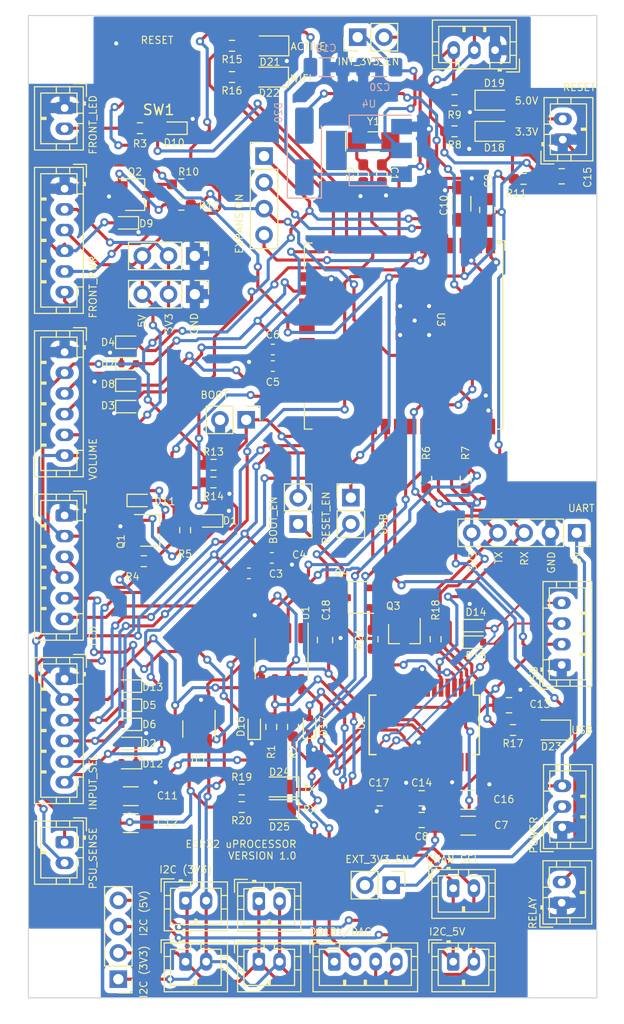
<source format=kicad_pcb>
(kicad_pcb (version 20221018) (generator pcbnew)
  (layers (0 "F.Cu" signal) (31 "B.Cu" signal) (34 "B.Paste" user) (35 "F.Paste" user) (36 "B.SilkS" user "B.Silkscreen") (37 "F.SilkS" user "F.Silkscreen") (38 "B.Mask" user) (39 "F.Mask" user) (44 "Edge.Cuts" user))
  (net 0 "")
  (net 1 "GND")
  (net 2 "3V3")
  (net 3 "SCL")
  (net 4 "SDA")
  (net 5 "DECODER_RESET")
  (net 6 "DECODER_IRQ")
  (net 7 "5V")
  (net 8 "SOFTSTART")
  (net 9 "SDA_5V")
  (net 10 "SCL_5V")
  (net 11 "Net-(U2-3V3OUT)")
  (net 12 "POWER_LED")
  (net 13 "POWER_BUTTON")
  (net 14 "ADC_PSU")
  (net 15 "BACKLIGHT")
  (net 16 "TO_BACKLIGHT")
  (net 17 "Net-(J28-Pin_1)")
  (net 18 "TO_POWER_LED")
  (net 19 "Net-(D18-A)")
  (net 20 "VOLUME_BUTTON")
  (net 21 "INPUT_BUTTON")
  (net 22 "Net-(D19-A)")
  (net 23 "Net-(D21-A)")
  (net 24 "Net-(D22-A)")
  (net 25 "Net-(D23-A)")
  (net 26 "RT_CLK_OUT")
  (net 27 "RT_CLK_IN")
  (net 28 "Net-(D24-A)")
  (net 29 "Net-(D25-A)")
  (net 30 "Net-(J2-Pin_2)")
  (net 31 "Net-(J27-Pin_2)")
  (net 32 "Net-(J29-Pin_1)")
  (net 33 "Net-(Q1-B)")
  (net 34 "Net-(Q2-B)")
  (net 35 "Net-(Q3-B)")
  (net 36 "Net-(Q3-E)")
  (net 38 "USBD+")
  (net 39 "USBD-")
  (net 40 "RX")
  (net 41 "TX")
  (net 45 "ENABLE")
  (net 46 "VOL_CH1")
  (net 47 "VOL_CH2")
  (net 48 "INPUT_CH1")
  (net 49 "INPUT_CH2")
  (net 50 "LED_ACTIVE")
  (net 51 "LED_CONNECTED")
  (net 52 "FRONT_LED")
  (net 53 "BOOT")
  (net 55 "CBUS1")
  (net 57 "CBUS0")
  (net 61 "DTR")
  (net 62 "RTS")
  (net 66 "VBUS")
  (net 67 "ADCIN_1")
  (net 68 "ADCIN_2")
  (net 69 "IO34")
  (net 73 "3V3_IN")
  (net 75 "FROM_POWER_LED")
  (net 77 "FROM_BACKLIGHT")
  (footprint "Connector_JST:JST_PH_B6B-PH-K_1x06_P2.00mm_Vertical" (layer "F.Cu") (at 110.5 60.75 -90)
    (fp_text reference "J12" hide)
    (fp_text value "Conn_01x06_Male")
  )
  (footprint "Capacitor_SMD:C_1206_3216Metric_Pad1.33x1.80mm_HandSolder" (layer "F.Cu") (at 149.55 122.35)
    (fp_text reference "C7")
    (fp_text value "10U")
  )
  (footprint "Capacitor_SMD:C_0805_2012Metric_Pad1.18x1.45mm_HandSolder" (layer "F.Cu") (at 145.05 121.8)
    (fp_text reference "C8")
    (fp_text value "0.1U")
  )
  (footprint "Package_TO_SOT_SMD:TSOT-23" (layer "F.Cu") (at 117.3 61.3)
    (fp_text reference "Q2")
    (fp_text value "2N3055")
  )
  (footprint "Connector_PinHeader_2.54mm:PinHeader_1x02_P2.54mm_Vertical" (layer "F.Cu") (at 138.86 46.1 90)
    (fp_text reference "J28" hide)
    (fp_text value "Conn_01x02_Male" hide)
  )
  (footprint "Diode_SMD:D_SOD-523" (layer "F.Cu") (at 150.3 104.6)
    (fp_text reference "D15")
    (fp_text value "D_TVS")
  )
  (footprint "Resistor_SMD:R_0603_1608Metric_Pad0.98x0.95mm_HandSolder" (layer "F.Cu") (at 126.7 49.95)
    (fp_text reference "R16")
    (fp_text value "430R")
  )
  (footprint "Capacitor_SMD:C_0603_1608Metric_Pad1.08x0.95mm_HandSolder" (layer "F.Cu") (at 130.65 76.3)
    (fp_text reference "C6")
    (fp_text value "10N")
  )
  (footprint "Package_TO_SOT_SMD:TSOT-23" (layer "F.Cu") (at 138.9 100.3 180)
    (fp_text reference "Q4")
    (fp_text value "2N3055")
  )
  (footprint "Espressif:ESP32-WROOM-32UE" (layer "F.Cu") (at 143.3 75 -90)
    (fp_text reference "U3")
    (fp_text value "ESP32-WROOM-32")
  )
  (footprint "MountingHole:MountingHole_3.2mm_M3" (layer "F.Cu") (at 159.5 46.5)
    (fp_text reference "H1" hide)
    (fp_text value "MountingHole")
  )
  (footprint "Capacitor_SMD:C_0603_1608Metric_Pad1.08x0.95mm_HandSolder" (layer "F.Cu") (at 128.3375 97.95 180)
    (fp_text reference "C3")
    (fp_text value "10N")
  )
  (footprint "Capacitor_SMD:C_0805_2012Metric_Pad1.18x1.45mm_HandSolder" (layer "F.Cu") (at 153.5 110.7)
    (fp_text reference "C13")
    (fp_text value "0.1U")
  )
  (footprint "Resistor_SMD:R_0603_1608Metric_Pad0.98x0.95mm_HandSolder" (layer "F.Cu") (at 149.3 88.8125 90)
    (fp_text reference "R7")
    (fp_text value "10K")
  )
  (footprint "MountingHole:MountingHole_3.2mm_M3" (layer "F.Cu") (at 109.5 46.5)
    (fp_text reference "H2" hide)
    (fp_text value "MountingHole")
  )
  (footprint "Connector_JST:JST_PH_B6B-PH-K_1x06_P2.00mm_Vertical" (layer "F.Cu") (at 110.5 108.15 -90)
    (fp_text reference "J24" hide)
    (fp_text value "Conn_01x06_Male")
  )
  (footprint "Diode_SMD:D_SOD-523" (layer "F.Cu") (at 121.1 54.9 180)
    (fp_text reference "D10")
    (fp_text value "D_TVS")
  )
  (footprint "LED_SMD:LED_0805_2012Metric_Pad1.15x1.40mm_HandSolder" (layer "F.Cu") (at 131.3 118.6 180)
    (fp_text reference "D24")
    (fp_text value "YELLOW")
  )
  (footprint "Connector_JST:JST_PH_B2B-PH-K_1x02_P2.00mm_Vertical" (layer "F.Cu") (at 148.1 135.5)
    (fp_text reference "J9" hide)
    (fp_text value "Conn_01x02_Male")
  )
  (footprint "Resistor_SMD:R_0603_1608Metric_Pad0.98x0.95mm_HandSolder" (layer "F.Cu") (at 146.4 104.32 90)
    (fp_text reference "R18")
    (fp_text value "1K")
  )
  (footprint "Capacitor_SMD:C_0805_2012Metric_Pad1.18x1.45mm_HandSolder" (layer "F.Cu") (at 158.6 59.55 180)
    (fp_text reference "C15")
    (fp_text value "0.1U")
  )
  (footprint "LED_SMD:LED_0805_2012Metric_Pad1.15x1.40mm_HandSolder" (layer "F.Cu") (at 157.6 113.1 180)
    (fp_text reference "D23")
    (fp_text value "RED")
  )
  (footprint "Connector_JST:JST_PH_B2B-PH-K_1x02_P2.00mm_Vertical" (layer "F.Cu") (at 158.7 56 90)
    (fp_text reference "J16" hide)
    (fp_text value "Conn_01x02_Male")
  )
  (footprint "Diode_SMD:D_SOD-523" (layer "F.Cu") (at 116.7 75.6)
    (fp_text reference "D4")
    (fp_text value "D_TVS")
  )
  (footprint "Diode_SMD:D_SOD-523" (layer "F.Cu") (at 116.7 108.85 180)
    (fp_text reference "D13")
    (fp_text value "D_TVS")
  )
  (footprint "Capacitor_SMD:C_1206_3216Metric_Pad1.33x1.80mm_HandSolder" (layer "F.Cu") (at 148.9 62.2 90)
    (fp_text reference "C10")
    (fp_text value "10U")
  )
  (footprint "LED_SMD:LED_0805_2012Metric_Pad1.15x1.40mm_HandSolder" (layer "F.Cu") (at 130.3375 46.94 180)
    (fp_text reference "D21")
    (fp_text value "BLUE")
  )
  (footprint "Diode_SMD:D_SOD-523" (layer "F.Cu") (at 116.7 110.7 180)
    (fp_text reference "D5")
    (fp_text value "D_TVS")
  )
  (footprint "Connector_JST:JST_PH_B2B-PH-K_1x02_P2.00mm_Vertical" (layer "F.Cu") (at 110.5 123.95 -90)
    (fp_text reference "J20" hide)
    (fp_text value "Conn_01x02_Male")
  )
  (footprint "Resistor_SMD:R_0603_1608Metric_Pad0.98x0.95mm_HandSolder" (layer "F.Cu") (at 121.8 62.3 180)
    (fp_text reference "R12")
    (fp_text value "1K")
  )
  (footprint "Resistor_SMD:R_0603_1608Metric_Pad0.98x0.95mm_HandSolder" (layer "F.Cu") (at 121.8 60.33)
    (fp_text reference "R10")
    (fp_text value "700R")
  )
  (footprint "Diode_SMD:D_SOD-523" (layer "F.Cu") (at 116.7 116.25 180)
    (fp_text reference "D12")
    (fp_text value "D_TVS")
  )
  (footprint "Connector_JST:JST_PH_B2B-PH-K_1x02_P2.00mm_Vertical" (layer "F.Cu") (at 129.3 129.65)
    (fp_text reference "J14" hide)
    (fp_text value "Conn_01x02_Male")
  )
  (footprint "LED_SMD:LED_0805_2012Metric_Pad1.15x1.40mm_HandSolder" (layer "F.Cu") (at 152.075 52.19)
    (fp_text reference "D19")
    (fp_text value "ORANGE")
  )
  (footprint "Connector_PinHeader_2.54mm:PinHeader_1x02_P2.54mm_Vertical" (layer "F.Cu") (at 138.2 90.625)
    (fp_text reference "J27" hide)
    (fp_text value "Conn_01x02_Male")
  )
  (footprint "Resistor_SMD:R_0603_1608Metric_Pad0.98x0.95mm_HandSolder" (layer "F.Cu") (at 154.9 59.8 180)
    (fp_text reference "R11")
    (fp_text value "10K")
  )
  (footprint "Connector_PinHeader_2.54mm:PinHeader_1x03_P2.54mm_Vertical" (layer "F.Cu") (at 123.1 70.95 -90)
    (fp_text reference "J6" hide)
    (fp_text value "Conn_01x03_Male")
  )
  (footprint "Capacitor_SMD:C_0603_1608Metric_Pad1.08x0.95mm_HandSolder" (layer "F.Cu") (at 139.4 59.3 -90)
    (fp_text reference "C2")
    (fp_text value "10p")
  )
  (footprint "Capacitor_SMD:C_1206_3216Metric_Pad1.33x1.80mm_HandSolder" (layer "F.Cu") (at 116.9 122.1)
    (fp_text reference "C12")
    (fp_text value "10U")
  )
  (footprint "Resistor_SMD:R_0603_1608Metric_Pad0.98x0.95mm_HandSolder" (layer "F.Cu") (at 124.9 89.15)
    (fp_text reference "R14")
    (fp_text value "4.7K")
  )
  (footprint "Capacitor_SMD:C_0805_2012Metric_Pad1.18x1.45mm_HandSolder" (layer "F.Cu") (at 151.4 62.8 90)
    (fp_text reference "C9")
    (fp_text value "10N")
  )
  (footprint "Diode_SMD:D_SOD-523" (layer "F.Cu") (at 116.7 112.55 180)
    (fp_text reference "D6")
    (fp_text value "D_TVS")
  )
  (footprint "Resistor_SMD:R_0603_1608Metric_Pad0.98x0.95mm_HandSolder" (layer "F.Cu") (at 127.6375 118.85)
    (fp_text reference "R19")
    (fp_text value "430R")
  )
  (footprint "Connector_JST:JST_PH_B2B-PH-K_1x02_P2.00mm_Vertical" (layer "F.Cu") (at 158.6 129.8 90)
    (fp_text reference "J17" hide)
    (fp_text value "Conn_01x02_Male")
  )
  (footprint "Connector_PinHeader_2.54mm:PinHeader_1x04_P2.54mm_Vertical" (layer "F.Cu") (at 115.7 137.19 180)
    (fp_text reference "J22" hide)
    (fp_text value "Conn_01x04_Male")
  )
  (footprint "Resistor_SMD:R_0603_1608Metric_Pad0.98x0.95mm_HandSolder" (layer "F.Cu") (at 145.5 88.8125 90)
    (fp_text reference "R6")
    (fp_text value "10K")
  )
  (footprint "Resistor_SMD:R_0603_1608Metric_Pad0.98x0.95mm_HandSolder" (layer "F.Cu") (at 124.9125 87.45)
    (fp_text reference "R13")
    (fp_text value "4.7K")
  )
  (footprint "Resistor_SMD:R_0603_1608Metric_Pad0.98x0.95mm_HandSolder" (layer "F.Cu") (at 153.8875 113.1)
    (fp_text reference "R17")
    (fp_text value "1K")
  )
  (footprint "Diode_SMD:D_SOD-523" (layer "F.Cu") (at 150.3 103)
    (fp_text reference "D14")
    (fp_text value "D_TVS")
  )
  (footprint "Resistor_SMD:R_0603_1608Metric_Pad0.98x0.95mm_HandSolder" (layer "F.Cu") (at 140.3 104.32 90)
    (fp_text reference "R21")
    (fp_text value "1K")
  )
  (footprint "LED_SMD:LED_0805_2012Metric_Pad1.15x1.40mm_HandSolder" (layer "F.Cu") (at 130.3 49.96 180)
    (fp_text reference "D22")
    (fp_text value "YELLOW")
  )
  (footprint "Resistor_SMD:R_0603_1608Metric_Pad0.98x0.95mm_HandSolder" (layer "F.Cu") (at 126.7 46.93)
    (fp_text reference "R15")
    (fp_text value "100R")
  )
  (footprint "Diode_SMD:D_SOD-523" (layer "F.Cu") (at 134.2 112.65 90)
    (fp_text reference "D17")
    (fp_text value "D_TVS")
  )
  (footprint "Capacitor_SMD:C_1206_3216Metric_Pad1.33x1.80mm_HandSolder" (layer "F.Cu") (at 149.55 119.85)
    (fp_text reference "C16")
    (fp_text value "10U")
  )
  (footprint "Connector_JST:JST_PH_B4B-PH-K_1x04_P2.00mm_Vertical" (layer "F.Cu") (at 158.6 106.8 90)
    (fp_text reference "J23" hide)
    (fp_text value "Conn_01x04_Male")
  )
  (footprint "MountingHole:MountingHole_3.2mm_M3" (layer "F.Cu") (at 109.4 136.5)
    (fp_text reference "H4" hide)
    (fp_text value "MountingHole")
  )
  (footprint "Connector_PinHeader_2.54mm:PinHeader_1x04_P2.54mm_Vertical" (layer "F.Cu") (at 129.8 57.6)
    (fp_text reference "J26" hide)
    (fp_text value "Conn_01x04_Male")
  )
  (footprint "Resistor_SMD:R_0603_1608Metric_Pad0.98x0.95mm_HandSolder" (layer "F.Cu") (at 127.6375 120.55)
    (fp_text reference "R20")
    (fp_text value "100R")
  )
  (footprint "Connector_PinHeader_2.54mm:PinHeader_1x03_P2.54mm_Vertical" (layer "F.Cu") (at 123.1 67.25 -90)
    (fp_text reference "J4" hide)
    (fp_text value "Conn_01x03_Male")
  )
  (footprint "Diode_SMD:D_SOD-523" (layer "F.Cu") (at 116.4 64.05 180)
    (fp_text reference "D9")
    (fp_text value "D_TVS")
  )
  (footprint "Resistor_SMD:R_0603_1608Metric_Pad0.98x0.95mm_HandSolder" (layer "F.Cu") (at 130.5 112.8 90)
    (fp_text reference "R1")
    (fp_text value "10K")
  )
  (footprint "Connector_JST:JST_PH_B2B-PH-K_1x02_P2.00mm_Vertical" (layer "F.Cu") (at 148.1 128.4)
    (fp_text reference "J19" hide)
    (fp_text value "Conn_01x02_Male")
  )
  (footprint "Connector_JST:JST_PH_B3B-PH-K_1x03_P2.00mm_Vertical" (layer "F.Cu") (at 152.15 47.35 180)
    (fp_text reference "J5" hide)
    (fp_text value "Conn_01x03_Male")
  )
  (footprint "Package_TO_SOT_SMD:TSOT-23" (layer "F.Cu") (at 118.766958 93.772497)
    (fp_text reference "Q1")
    (fp_text value "2N3055")
  )
  (footprint "Connector_JST:JST_PH_B2B-PH-K_1x02_P2.00mm_Vertical" (layer "F.Cu") (at 122.2 135.5)
    (fp_text reference "J13" hide)
    (fp_text value "Conn_01x02_Male")
  )
  (footprint "Resistor_SMD:R_0603_1608Metric_Pad0.98x0.95mm_HandSolder" (layer "F.Cu") (at 122.166958 93.772497 -90)
    (fp_text reference "R5")
    (fp_text value "1K")
  )
  (footprint "Capacitor_SMD:C_0805_2012Metric_Pad1.18x1.45mm_HandSolder" (layer "F.Cu") (at 141 119.7 180)
    (fp_text reference "C17")
    (fp_text value "0.1U")
  )
  (footprint "Connector_PinSocket_2.54mm:PinSocket_1x05_P2.54mm_Vertical" (layer "F.Cu") (at 160.05 94.025 -90)
    (fp_text reference "J3" hide)
    (fp_text value "Conn_01x05_Male")
  )
  (footprint "Resistor_SMD:R_0603_1608Metric_Pad0.98x0.95mm_HandSolder" (layer "F.Cu") (at 117.8 54.9)
    (fp_text reference "R3")
    (fp_text value "300R")
  )
  (footprint "Capacitor_SMD:C_0805_2012Metric_Pad1.18x1.45mm_HandSolder" (layer "F.Cu") (at 135.7 104.4 90)
    (fp_text reference "C18")
    (fp_text value "10N")
  )
  (footprint "Diode_SMD:D_SOD-523" (layer "F.Cu") (at 117.8 90.9)
    (fp_text reference "D11")
    (fp_text value "D_TVS")
  )
  (footprint "Capacitor_SMD:C_1206_3216Metric_Pad1.33x1.80mm_HandSolder" (layer "F.Cu") (at 116.9 119.5)
    (fp_text reference "C11")
    (fp_text value "10U")
  )
  (footprint "Components:Button Aliexpress 4x4" (layer "F.Cu") (at 119.6 53.625)
    (fp_text reference "SW1")
    (fp_text value "SW_Push")
  )
  (footprint "Diode_SMD:D_SOD-523" (layer "F.Cu") (at 116.7 79.75)
    (fp_text reference "D8")
    (fp_text value "D_TVS")
  )
  (footprint "Capacitor_SMD:C_0603_1608Metric_Pad1.08x0.95mm_HandSolder" (layer "F.Cu") (at 130.65 77.9)
    (fp_text reference "C5")
    (fp_text value "10N")
  )
  (footprint "Connector_JST:JST_PH_B2B-PH-K_1x02_P2.00mm_Vertical" (layer "F.Cu") (at 129.3 135.5)
    (fp_text reference "J18" hide)
    (fp_text value "Conn_01x02_Male")
  )
  (footprint "Crystal:Crystal_SMD_EuroQuartz_EQ161-2Pin_3.2x1.5mm_HandSoldering" (layer "F.Cu") (at 140.4 56.2)
    (fp_text reference "Y1")
    (fp_text value "Crystal")
  )
  (footprint "Diode_SMD:D_SOD-523" (layer "F.Cu") (at 116.7 77.675)
    (fp_text reference "D7")
    (fp_text value "D_TVS")
  )
  (footprint "Connector_JST:JST_PH_B2B-PH-K_1x02_P2.00mm_Vertical" (layer "F.Cu") (at 122.2 129.6)
    (fp_text reference "J15" hide)
    (fp_text value "Conn_01x02_Male")
  )
  (footprint "Capacitor_SMD:C_0603_1608Metric_Pad1.08x0.95mm_HandSolder" (layer "F.Cu") (at 130.55 96.45 180)
    (fp_text reference "C4")
    (fp_text value "10N")
  )
  (footprint "Connector_JST:JST_PH_B6B-PH-K_1x06_P2.00mm_Vertical" (layer "F.Cu") (at 110.5 92.35 -90)
    (fp_text reference "J1" hide)
    (fp_text value "Conn_01x06_Male")
  )
  (footprint "Connector_JST:JST_PH_B3B-PH-K_1x03_P2.00mm_Vertical" (layer "F.Cu") (at 158.65 122.5 90)
    (fp_text reference "J7" hide)
    (fp_text value "Conn_01x03_Male")
  )
  (footprint "LED_SMD:LED_0805_2012Metric_Pad1.15x1.40mm_HandSolder" (layer "F.Cu") (at 131.3 120.8 180)
    (fp_text reference "D25")
    (fp_text value "BLUE")
  )
  (footprint "Package_TO_SOT_SMD:TSOT-23" (layer "F.Cu") (at 143.4 103.8 -90)
    (fp_text reference "Q3")
    (fp_text value "2N3055")
  )
  (footprint "Connector_PinHeader_2.54mm:PinHeader_1x02_P2.54mm_Vertical" (layer "F.Cu") (at 133.1 93.175 180)
    (fp_text reference "J29" hide)
    (fp_text value "Conn_01x02_Male")
  )
  (footprint "Resistor_SMD:R_0603_1608Metric_Pad0.98x0.95mm_HandSolder" (layer "F.Cu") (at 118.166958 96.772497 180)
    (fp_text reference "R4")
    (fp_text value "100R")
  )
  (footprint "Connector_PinHeader_2.54mm:PinHeader_1x02_P2.54mm_Vertical" (layer "F.Cu") (at 128.075 83.1 -90)
    (fp_text reference "J10" hide)
    (fp_text value "Conn_01x02_Male")
  )
  (footprint "Diode_SMD:D_SOD-523" (layer "F.Cu") (at 116.7 81.825)
    (fp_text reference "D3")
    (fp_text value "D_TVS")
  )
  (footprint "Diode_SMD:D_SOD-523" (layer "F.Cu") (at 124.55 92.875 180)
    (fp_text reference "D1")
    (fp_text value "D_TVS")
  )
  (footprint "Capacitor_SMD:C_0805_2012Metric_Pad1.18x1.45mm_HandSolder" (layer "F.Cu") (at 145.05 119.7)
    (fp_text reference "C14")
    (fp_text value "0.1U")
  )
  (footprint "Resistor_SMD:R_0603_1608Metric_Pad0.98x0.95mm_HandSolder" (layer "F.Cu") (at 148.2275 55.2)
    (fp_text reference "R8")
    (fp_text value "430R")
  )
  (footprint "LED_SMD:LED_0805_2012Metric_Pad1.15x1.40mm_HandSolder" (layer "F.Cu") (at 152.075 55.2)
    (fp_text reference "D18")
    (fp_text value "YELLOW")
  )
  (footprint "Connector_JST:JST_PH_B2B-PH-K_1x02_P2.00mm_Vertical" (layer "F.Cu") (at 110.5 52.95 -90)
    (fp_text reference "J2" hide)
    (fp_text value "Conn_01x02_Male")
  )
  (footprint "Resistor_SMD:R_0603_1608Metric_Pad0.98x0.95mm_HandSolder" (layer "F.Cu") (at 148.2275 52.18)
    (fp_text reference "R9")
    (fp_text value "1000R")
  )
  (footprint "Resistor_SMD:R_0603_1608Metric_Pad0.98x0.95mm_HandSolder" (layer "F.Cu") (at 132.6 112.8 90)
    (fp_text reference "R2")
    (fp_text value "10K")
  )
  (footprint "Package_SO:SOIC-8_3.9x4.9mm_P1.27mm" (layer "F.Cu") (at 131.5 106.2 -90)
    (fp_text reference "U1")
    (fp_text value "TCA9517DR")
  )
  (footprint "MountingHole:MountingHole_3.2mm_M3" (layer "F.Cu") (at 159.4 136.5)
    (fp_text reference "H3" hide)
    (fp_text value "MountingHole")
  )
  (footprint "Connector_JST:JST_PH_B6B-PH-K_1x06_P2.00mm_Vertical" (layer "F.Cu") (at 110.5 76.55 -90)
    (fp_text reference "J11" hide)
    (fp_text value "Conn_01x06_Male")
  )
  (footprint "Connector_JST:JST_PH_B4B-PH-K_1x04_P2.00mm_Vertical" (layer "F.Cu") (at 136.6 135.5)
    (fp_text reference "J25" hide)
    (fp_text value "Conn_01x04_Male")
  )
  (footprint "Package_SO:SSOP-28_5.3x10.2mm_P0.65mm" (layer "F.Cu") (at 145.3 112.6 -90)
    (fp_text reference "U2")
    (fp_text value "FT232RL")
  )
  (footprint "Diode_SMD:D_SOD-523" (layer "F.Cu") (at 116.7 114.4 180)
    (fp_text reference "D2")
    (fp_text value "D_TVS")
  )
  (footprint "Capacitor_SMD:C_0603_1608Metric_Pad1.08x0.95mm_HandSolder" (layer "F.Cu") (at 141.2 59.3 -90)
    (fp_text reference "C1")
    (fp_text value "10p")
  )
  (footprint "Diode_SMD:D_SOD-523" (layer "F.Cu") (at 128.85 112.75 90)
    (fp_text reference "D16")
    (fp_text value "D_TVS")
  )
  (footprint "Connector_PinHeader_2.54mm:PinHeader_1x02_P2.54mm_Vertical" (layer "F.Cu") (at 142.1 128.1 -90)
    (fp_text reference "J8" hide)
    (fp_text value "Conn_01x02_Male")
  )
  (footprint "Package_TO_SOT_SMD:SOT-23-6" (layer "F.Cu") (at 123.5 113 -90)
    (fp_text reference "U5")
    (fp_text value "TMP100")
  )
  (footprint "Package_TO_SOT_SMD:SOT-223-3_TabPin2" (layer "B.Cu") (at 139.95 57.05 180)
    (fp_text reference "U4")
    (fp_text value "AMS1117-3.3")
  )
  (footprint "Capacitor_SMD:C_1206_3216Metric_Pad1.33x1.80mm_HandSolder" (layer "B.Cu") (at 140.95 49 180)
    (fp_text reference "C20")
    (fp_text value "10U")
  )
  (footprint "Capacitor_SMD:C_1206_3216Metric_Pad1.33x1.80mm_HandSolder" (layer "B.Cu") (at 135.85 49)
    (fp_text reference "C19")
    (fp_text value "10U")
  )
  (footprint "Diode_SMD:D_SMA_Handsoldering" (layer "B.Cu") (at 133.7 57.15 90)
    (fp_text reference "D20")
    (fp_text value "D_Schottky")
  )
  (gr_line (start 162 139) (end 107 139) (stroke (width 0.1)) (layer "Edge.Cuts"))
  (gr_line (start 162 44) (end 107 44) (stroke (width 0.1)) (layer "Edge.Cuts"))
  (gr_line (start 107 139) (end 107 44) (stroke (width 0.1)) (layer "Edge.Cuts"))
  (gr_line (start 162 139) (end 162 44) (stroke (width 0.1)) (layer "Edge.Cuts"))
  (gr_text "GND" (at 157.6 98.033333 90) (layer "F.SilkS") (effects (font (size 0.7 0.7) (thickness 0.1)) (justify left)))
  (gr_text "BOOT_EN" (at 130.7 95.175 90) (layer "F.SilkS") (effects (font (size 0.7 0.7) (thickness 0.1)) (justify left)))
  (gr_text "TX\n" (at 133.5 118.8) (layer "F.SilkS") (effects (font (size 0.7 0.7) (thickness 0.1)) (justify left)))
  (gr_text "RESET" (at 158.65 50.95) (layer "F.SilkS") (effects (font (size 0.7 0.7) (thickness 0.1)) (justify left)))
  (gr_text "INT_3V3_EN" (at 136.85 48.45) (layer "F.SilkS") (effects (font (size 0.7 0.7) (thickness 0.1)) (justify left)))
  (gr_text "INPUT_SEL" (at 113.25 115.35 90) (layer "F.SilkS") (effects (font (size 0.7 0.7) (thickness 0.1)) (justify right)))
  (gr_text "GND\n" (at 123.05 74.95 90) (layer "F.SilkS") (effects (font (size 0.7 0.7) (thickness 0.1)) (justify left)))
  (gr_text "3V3" (at 120.6 74.8 90) (layer "F.SilkS") (effects (font (size 0.7 0.7) (thickness 0.1)) (justify left)))
  (gr_text "I2C_5V" (at 145.7 132.6) (layer "F.SilkS") (effects (font (size 0.7 0.7) (thickness 0.1)) (justify left)))
  (gr_text "BOOT" (at 123.585 80.7) (layer "F.SilkS") (effects (font (size 0.7 0.7) (thickness 0.1)) (justify left)))
  (gr_text "USB" (at 155.9 109.1 90) (layer "F.SilkS") (effects (font (size 0.7 0.7) (thickness 0.1)) (justify left)))
  (gr_text "3V3" (at 150 97.833333 90) (layer "F.SilkS") (effects (font (size 0.7 0.7) (thickness 0.1)) (justify left)))
  (gr_text "RESET" (at 117.804446 46.382729) (layer "F.SilkS") (effects (font (size 0.7 0.7) (thickness 0.1)) (justify left)))
  (gr_text "5.0V" (at 154 52.25) (layer "F.SilkS") (effects (font (size 0.7 0.7) (thickness 0.1)) (justify left)))
  (gr_text "UART" (at 159.15 91.65) (layer "F.SilkS") (effects (font (size 0.7 0.7) (thickness 0.1)) (justify left)))
  (gr_text "DOLBY/DAC" (at 134.1 132.6) (layer "F.SilkS") (effects (font (size 0.7 0.7) (thickness 0.1)) (justify left)))
  (gr_text "TX" (at 152.5 97.1 90) (layer "F.SilkS") (effects (font (size 0.7 0.7) (thickness 0.1)) (justify left)))
  (gr_text "LCD\n" (at 113.25 102.95 90) (layer "F.SilkS") (effects (font (size 0.7 0.7) (thickness 0.1)) (justify right)))
  (gr_text "PSU_SENSE" (at 113.25 128.55 90) (layer "F.SilkS") (effects (font (size 0.7 0.7) (thickness 0.1)) (justify left)))
  (gr_text "POWER" (at 155.9 125.1 90) (layer "F.SilkS") (effects (font (size 0.7 0.7) (thickness 0.1)) (justify left)))
  (gr_text "WIFI" (at 132.3 50.1) (layer "F.SilkS") (effects (font (size 0.7 0.7) (thickness 0.1)) (justify left)))
  (gr_text "RX\n" (at 133.5 120.8) (layer "F.SilkS") (effects (font (size 0.7 0.7) (thickness 0.1)) (justify left)))
  (gr_text "RESET_EN" (at 135.8 95.175 90) (layer "F.SilkS") (effects (font (size 0.7 0.7) (thickness 0.1)) (justify left)))
  (gr_text "RX" (at 155 97.266667 90) (layer "F.SilkS") (effects (font (size 0.7 0.7) (thickness 0.1)) (justify left)))
  (gr_text "VOLUME" (at 113.25 89 90) (layer "F.SilkS") (effects (font (size 0.7 0.7) (thickness 0.1)) (justify left)))
  (gr_text "ACTIVE" (at 132.3 47) (layer "F.SilkS") (effects (font (size 0.7 0.7) (thickness 0.1)) (justify left)))
  (gr_text "EXPANSION" (at 127.4 67.1 90) (layer "F.SilkS") (effects (font (size 0.7 0.7) (thickness 0.1)) (justify left)))
  (gr_text "RELAY\n" (at 155.8 132.4 90) (layer "F.SilkS") (effects (font (size 0.7 0.7) (thickness 0.1)) (justify left)))
  (gr_text "USB" (at 141.35 94.3 90) (layer "F.SilkS") (effects (font (size 0.7 0.7) (thickness 0.1)) (justify left)))
  (gr_text "I2C (3V3)" (at 119.6 126.6) (layer "F.SilkS") (effects (font (size 0.7 0.7) (thickness 0.1)) (justify left)))
  (gr_text "FRONT_PWR\n" (at 113.25 73.35 90) (layer "F.SilkS") (effects (font (size 0.7 0.7) (thickness 0.1)) (justify left)))
  (gr_text "5V" (at 160.1 97.166667 90) (layer "F.SilkS") (effects (font (size 0.7 0.7) (thickness 0.1)) (justify left)))
  (gr_text "CHAN_SEL" (at 145.4 125.6) (layer "F.SilkS") (effects (font (size 0.7 0.7) (thickness 0.1)) (justify left)))
  (gr_text "I2C (5V)" (at 118.15 133.1 90) (layer "F.SilkS") (effects (font (size 0.7 0.7) (thickness 0.1)) (justify left)))
  (gr_text "FRONT_LED" (at 113.25 57.5 90) (layer "F.SilkS") (effects (font (size 0.7 0.7) (thickness 0.1)) (justify left)))
  (gr_text "ESP32 uPROCESSOR\nVERSION 1.0" (at 133 124.7) (layer "F.SilkS") (effects (font (size 0.7 0.7) (thickness 0.1)) (justify right)))
  (gr_text "3.3V" (at 154 55.25) (layer "F.SilkS") (effects (font (size 0.7 0.7) (thickness 0.1)) (justify left)))
  (gr_text "I2C (3V3)" (at 118.15 139.1 90) (layer "F.SilkS") (effects (font (size 0.7 0.7) (thickness 0.1)) (justify left)))
  (gr_text "EXT_3V3_EN" (at 137.6 125.6) (layer "F.SilkS") (effects (font (size 0.7 0.7) (thickness 0.1)) (justify left)))
  (gr_text "5V" (at 118 74.25 90) (layer "F.SilkS") (effects (font (size 0.7 0.7) (thickness 0.1)) (justify left)))
  (gr_text "USB" (at 159.46 113.1) (layer "F.SilkS") (effects (font (size 0.7 0.7) (thickness 0.1)) (justify left)))
  (segment (start 128.85 114.15) (end 128.6 114.4) (width 0.3) (layer "F.Cu") (net 1))
  (segment (start 149.9 59.75) (end 146.402073 59.75) (width 0.3) (layer "F.Cu") (net 1))
  (segment (start 147.5625 60.6375) (end 147.3 60.9) (width 0.3) (layer "F.Cu") (net 1))
  (segment (start 145.2875 120.7375) (end 145.25 120.7) (width 0.3) (layer "F.Cu") (net 1))
  (segment (start 149.6 101) (end 149.7 100.9) (width 0.3) (layer "F.Cu") (net 1))
  (segment (start 135.7 103.3625) (end 136.3625 103.3625) (width 0.3) (layer "F.Cu") (net 1))
  (segment (start 148.225 116.2) (end 148.225 117.925) (width 0.3) (layer "F.Cu") (net 1))
  (segment (start 146.0875 119.7) (end 146.0875 120.7375) (width 0.3) (layer "F.Cu") (net 1))
  (segment (start 117.1 64.05) (end 117.1 64.4) (width 0.3) (layer "F.Cu") (net 1))
  (segment (start 117.4 114.4) (end 117.4 116.25) (width 0.3) (layer "F.Cu") (net 1))
  (segment (start 131.0375 47.4375) (end 132 48.4) (width 0.3) (layer "F.Cu") (net 1))
  (segment (start 143.025 116.2) (end 143.025 117.675) (width 0.3) (layer "F.Cu") (net 1))
  (segment (start 154.5375 109.2625) (end 154.6 109.2) (width 0.3) (layer "F.Cu") (net 1))
  (segment (start 151.1125 119.85) (end 151.1125 118.8375) (width 0.3) (layer "F.Cu") (net 1))
  (segment (start 145.7495 56.7005) (end 145.65 56.8) (width 0.3) (layer "F.Cu") (net 1))
  (segment (start 149.6 104.6) (end 149.6 103) (width 0.3) (layer "F.Cu") (net 1))
  (segment (start 118.4625 122.1) (end 118.4625 119.5) (width 0.3) (layer "F.Cu") (net 1))
  (segment (start 142.97 73.5) (end 144.37 73.5) (width 0.3) (layer "F.Cu") (net 1))
  (segment (start 142.97 74.9) (end 144.37 74.9) (width 0.3) (layer "F.Cu") (net 1))
  (segment (start 116.7 47.9) (end 115.5 46.7) (width 0.3) (layer "F.Cu") (net 1))
  (segment (start 129.7875 77.9) (end 129.3875 77.5) (width 0.3) (layer "F.Cu") (net 1))
  (segment (start 118.4625 118.987) (end 119.3 118.1495) (width 0.3) (layer "F.Cu") (net 1))
  (segment (start 159.6375 59.55) (end 159.6375 56.9375) (width 0.3) (layer "F.Cu") (net 1))
  (segment (start 146.0875 120.7375) (end 146.0875 121.8) (width 0.3) (layer "F.Cu") (net 1))
  (segment (start 113.75 79.75) (end 113.4 79.4) (width 0.3) (layer "F.Cu") (net 1))
  (segment (start 117.4 108.85) (end 117.4 110.7) (width 0.3) (layer "F.Cu") (net 1))
  (segment (start 150.025 61.7625) (end 148.9 60.6375) (width 0.3) (layer "F.Cu") (net 1))
  (segment (start 117.1 90.9) (end 115.9 92.1) (width 0.3) (layer "F.Cu") (net 1))
  (segment (start 125.8125 89.6125) (end 126.45 90.25) (width 0.3) (layer "F.Cu") (net 1))
  (segment (start 151.1125 122.35) (end 151.1125 119.85) (width 0.3) (layer "F.Cu") (net 1))
  (segment (start 143.025 117.675) (end 143.55 118.2) (width 0.3) (layer "F.Cu") (net 1))
  (segment (start 129.595 102.695) (end 128.9 102) (width 0.3) (layer "F.Cu") (net 1))
  (segment (start 142.97 72.1) (end 142.97 73.5) (width 0.3) (layer "F.Cu") (net 1))
  (segment (start 115.938 81.825) (end 115.3 82.463) (width 0.3) (layer "F.Cu") (net 1))
  (segment (start 125.8125 89.15) (end 125.8125 89.6125) (width 0.3) (layer "F.Cu") (net 1))
  (segment (start 151.75 83.85) (end 151.75 82.45) (width 0.3) (layer "F.Cu") (net 1))
  (segment (start 136.19 69.39) (end 136.3 69.5) (width 0.3) (layer "F.Cu") (net 1))
  (segment (start 123.5 111.8625) (end 123.5 110.373455) (width 0.3) (layer "F.Cu") (net 1))
  (segment (start 149.6 103) (end 149.6 101) (width 0.3) (layer "F.Cu") (net 1))
  (segment (start 151.25 80.75) (end 151.25 69.1) (width 0.3) (layer "F.Cu") (net 1))
  (segment (start 145.65 58.997927) (end 145.760517 59.108444) (width 0.3) (layer "F.Cu") (net 1))
  (segment (start 129.2 97.95) (end 129.9125 97.95) (width 0.3) (layer "F.Cu") (net 1))
  (segment (start 151.25 69.1) (end 149.85 67.7) (width 0.3) (layer "F.Cu") (net 1))
  (segment (start 144.975 114.515045) (end 144.766745 114.30679) (width 0.3) (layer "F.Cu") (net 1))
  (segment (start 125.25 92.875) (end 125.425 92.875) (width 0.3) (layer "F.Cu") (net 1))
  (segment (start 123.5 111.8625) (end 122.55 111.8625) (width 0.3) (layer "F.Cu") (net 1))
  (segment (start 141.2 60.1625) (end 141.2 61) (width 0.3) (layer "F.Cu") (net 1))
  (segment (start 117.4 110.7) (end 117.4 112.55) (width 0.3) (layer "F.Cu") (net 1))
  (segment (start 129.9125 97.95) (end 131.4125 96.45) (width 0.3) (layer "F.Cu") (net 1))
  (segment (start 145.77 73.5) (end 145.77 74.9) (width 0.3) (layer "F.Cu") (net 1))
  (segment (start 145.625 109) (end 145.625 107.725) (width 0.3) (layer "F.Cu") (net 1))
  (segment (start 146.0875 120.7375) (end 145.2875 120.7375) (width 0.3) (layer "F.Cu") (net 1))
  (segment (start 154.5375 110.7) (end 154.5375 109.2625) (width 0.3) (layer "F.Cu") (net 1))
  (segment (start 150.918 52.15) (end 149.718 53.35) (width 0.3) (layer "F.Cu") (net 1))
  (segment (start 144.37 73.5) (end 145.77 73.5) (width 0.3) (layer "F.Cu") (net 1))
  (segment (start 144.37 74.9) (end 145.77 74.9) (width 0.3) (layer "F.Cu") (net 1))
  (segment (start 151.75 82.45) (end 151.5 82.2) (width 0.3) (layer "F.Cu") (net 1))
  (segment (start 155.5375 111.4) (end 154.77 110.6325) (width 0.3) (layer "F.Cu") (net 1))
  (segment (start 145.7495 54.961399) (end 145.7495 56.7005) (width 0.3) (layer "F.Cu") (net 1))
  (segment (start 123.5 111.8625) (end 123.5 114.1375) (width 0.3) (layer "F.Cu") (net 1))
  (segment (start 131 49.4) (end 132 48.4) (width 0.3) (layer "F.Cu") (net 1))
  (segment (start 151.4 61.7625) (end 150.025 61.7625) (width 0.3) (layer "F.Cu") (net 1))
  (segment (start 115.7 76.6) (end 114.9 76.6) (width 0.3) (layer "F.Cu") (net 1))
  (segment (start 116 76.3) (end 115.7 76.6) (width 0.3) (layer "F.Cu") (net 1))
  (segment (start 116 79.75) (end 113.75 79.75) (width 0.3) (layer "F.Cu") (net 1))
  (segment (start 134.2 114.6) (end 134.6 115) (width 0.3) (layer "F.Cu") (net 1))
  (segment (start 136.3625 103.3625) (end 137.2 104.2) (width 0.3) (layer "F.Cu") (net 1))
  (segment (start 116.9 47.9) (end 121.9 47.9) (width 0.3) (layer "F.Cu") (net 1))
  (segment (start 117.1 64.4) (end 117.65 64.95) (width 0.3) (layer "F.Cu") (net 1))
  (segment (start 158.2375 112.7125) (end 156.925 111.4) (width 0.3) (layer "F.Cu") (net 1))
  (segment (start 145.77 72.1) (end 144.37 72.1) (width 0.3) (layer "F.Cu") (net 1))
  (segment (start 139.4 60.1625) (end 139.4 61.2) (width 0.3) (layer "F.Cu") (net 1))
  (segment (start 117.55 112.55) (end 118.4 113.4) (width 0.3) (layer "F.Cu") (net 1))
  (segment (start 121.8 54.9) (end 122 54.9) (width 0.3) (layer "F.Cu") (net 1))
  (segment (start 145.65 56.8) (end 145.65 58.997927) (width 0.3) (layer "F.Cu") (net 1))
  (segment (start 129.595 103.725) (end 129.595 102.695) (width 0.3) (layer "F.Cu") (net 1))
  (segment (start 131.85 96.45) (end 132.5 97.1) (width 0.3) (layer "F.Cu") (net 1))
  (segment (start 159.6375 56.9375) (end 158.7 56) (width 0.3) (layer "F.Cu") (net 1))
  (segment (start 148.9 60.6375) (end 147.5625 60.6375) (width 0.3) (layer "F.Cu") (net 1))
  (segment (start 151.1125 118.8375) (end 151.6 118.35) (width 0.3) (layer "F.Cu") (net 1))
  (segment (start 122 54.9) (end 122.9 54) (width 0.3) (layer "F.Cu") (net 1))
  (segment (start 117.222497 94.722497) (end 115.9 93.4) (width 0.3) (layer "F.Cu") (net 1))
  (segment (start 144.975 116.2) (end 144.975 114.515045) (width 0.3) (layer "F.Cu") (net 1))
  (segment (start 139.9625 120.2125) (end 140.7 120.95) (width 0.3) (layer "F.Cu") (net 1))
  (segment (start 129.7875 76.3) (end 129.7875 77.9) (width 0.3) (layer "F.Cu") (net 1))
  (segment (start 129.3875 77.5) (end 128.35 77.5) (width 0.3) (layer "F.Cu") (net 1))
  (segment (start 146.402073 59.75) (end 145.760517 59.108444) (width 0.3) (layer "F.Cu") (net 1))
  (segment (start 151.75 67.370369) (end 152.2505 67.870869) (width 0.3) (layer "F.Cu") (net 1))
  (segment (start 139.4 61.2) (end 139.129977 61.470023) (width 0.3) (layer "F.Cu") (net 1))
  (segment (start 144.37 72.1) (end 142.97 72.1) (width 0.3) (layer "F.Cu") (net 1))
  (segment (start 131 49.96) (end 131 49.4) (width 0.3) (layer "F.Cu") (net 1))
  (segment (start 150.8775 55.25) (end 150.8775 55.6725) (width 0.3) (layer "F.Cu") (net 1))
  (segment (start 150.8775 55.6725) (end 149.65 56.9) (width 0.3) (layer "F.Cu") (net 1))
  (segment (start 151.75 66.35) (end 151.75 67.370369) (width 0.3) (layer "F.Cu") (net 1))
  (segment (start 131.0375 46.94) (end 131.0375 47.4375) (width 0.3) (layer "F.Cu") (net 1))
  (segment (start 147.575 116.2) (end 148.225 116.2) (width 0.3) (layer "F.Cu") (net 1))
  (segment (start 156.925 111.4) (end 155.5375 111.4) (width 0.3) (layer "F.Cu") (net 1))
  (segment (start 116 75.6) (end 116 76.3) (width 0.3) (layer "F.Cu") (net 1))
  (segment (start 116 76.3) (end 116 77.675) (width 0.3) (layer "F.Cu") (net 1))
  (segment (start 123.5 110.373455) (end 123.7005 110.172955) (width 0.3) (layer "F.Cu") (net 1))
  (segment (start 125.425 92.875) (end 126.4 91.9) (width 0.3) (layer "F.Cu") (net 1))
  (segment (start 115.9 92.1) (end 115.9 93.4) (width 0.3) (layer "F.Cu") (net 1))
  (segment (start 131.4125 96.45) (end 131.85 96.45) (width 0.3) (layer "F.Cu") (net 1))
  (segment (start 117.4 112.55) (end 117.4 114.4) (width 0.3) (layer "F.Cu") (net 1))
  (segment (start 141.2 61) (end 141.6 61.4) (width 0.3) (layer "F.Cu") (net 1))
  (segment (start 158.2375 113.1) (end 158.2375 112.7125) (width 0.3) (layer "F.Cu") (net 1))
  (segment (start 148.225 117.925) (end 148 118.15) (width 0.3) (layer "F.Cu") (net 1))
  (segment (start 145.625 107.725) (end 145.1 107.2) (width 0.3) (layer "F.Cu") (net 1))
  (segment (start 128.85 113.45) (end 128.85 114.15) (width 0.3) (layer "F.Cu") (net 1))
  (segment (start 115.55 62.25) (end 114.8 61.5) (width 0.3) (layer "F.Cu") (net 1))
  (segment (start 134.2 113.35) (end 134.2 114.6) (width 0.3) (layer "F.Cu") (net 1))
  (segment (start 133.99 69.39) (end 136.19 69.39) (width 0.3) (layer "F.Cu") (net 1))
  (via (at 132.5 97.1) (size 0.8) (drill 0.4) (layers "F.Cu" "B.Cu") (net 1))
  (via (at 118.4 113.4) (size 0.8) (drill 0.4) (layers "F.Cu" "B.Cu") (net 1))
  (via (at 139.129977 61.470023) (size 0.8) (drill 0.4) (layers "F.Cu" "B.Cu") (net 1))
  (via (at 145.760517 59.108444) (size 0.8) (drill 0.4) (layers "F.Cu" "B.Cu") (net 1))
  (via (at 126.45 90.25) (size 0.8) (drill 0.4) (layers "F.Cu" "B.Cu") (net 1))
  (via (at 145.1 107.2) (size 0.8) (drill 0.4) (layers "F.Cu" "B.Cu") (net 1))
  (via (at 122.9 54) (size 0.8) (drill 0.4) (layers "F.Cu" "B.Cu") (net 1))
  (via (at 142.97 74.9) (size 0.8) (drill 0.4) (layers "F.Cu" "B.Cu") (net 1))
  (via (at 152.2505 67.870869) (size 0.8) (drill 0.4) (layers "F.Cu" "B.Cu") (net 1))
  (via (at 145.77 74.9) (size 0.8) (drill 0.4) (layers "F.Cu" "B.Cu") (net 1))
  (via (at 126.4 91.9) (size 0.8) (drill 0.4) (layers "F.Cu" "B.Cu") (net 1))
  (via (at 137.2 104.2) (size 0.8) (drill 0.4) (layers "F.Cu" "B.Cu") (net 1))
  (via (at 144.766745 114.30679) (size 0.8) (drill 0.4) (layers "F.Cu" "B.Cu") (net 1))
  (via (at 128.35 77.5) (size 0.8) (drill 0.4) (layers "F.Cu" "B.Cu") (net 1))
  (via (at 115.9 93.4) (size 0.8) (drill 0.4) (layers "F.Cu" "B.Cu") (net 1))
  (via (at 119.3 118.1495) (size 0.8) (drill 0.4) (layers "F.Cu" "B.Cu") (net 1))
  (via (at 113.4 79.4) (size 0.8) (drill 0.4) (layers "F.Cu" "B.Cu") (net 1))
  (via (at 142.97 72.1) (size 0.8) (drill 0.4) (layers "F.Cu" "B.Cu") (net 1))
  (via (at 148 118.15) (size 0.8) (drill 0.4) (layers "F.Cu" "B.Cu") (net 1))
  (via (at 136.3 69.5) (size 0.8) (drill 0.4) (layers "F.Cu" "B.Cu") (net 1))
  (via (at 149.7 100.9) (size 0.8) (drill 0.4) (layers "F.Cu" "B.Cu") (net 1))
  (via (at 149.718 53.35) (size 0.8) (drill 0.4) (layers "F.Cu" "B.Cu") (net 1))
  (via (at 145.7495 54.961399) (size 0.8) (drill 0.4) (layers "F.Cu" "B.Cu") (net 1))
  (via (at 151.25 80.75) (size 0.8) (drill 0.4) (layers "F.Cu" "B.Cu") (net 1))
  (via (at 154.6 109.2) (size 0.8) (drill 0.4) (layers "F.Cu" "B.Cu") (net 1))
  (via (at 132 48.4) (size 0.8) (drill 0.4) (layers "F.Cu" "B.Cu") (net 1))
  (via (at 145.77 72.1) (size 0.8) (drill 0.4) (layers "F.Cu" "B.Cu") (net 1))
  (via (at 147.3 60.9) (size 0.8) (drill 0.4) (layers "F.Cu" "B.Cu") (net 1))
  (via (at 145.25 120.7) (size 0.8) (drill 0.4) (layers "F.Cu" "B.Cu") (net 1))
  (via (at 149.65 56.9) (size 0.8) (drill 0.4) (layers "F.Cu" "B.Cu") (net 1))
  (via (at 151.6 118.35) (size 0.8) (drill 0.4) (layers "F.Cu" "B.Cu") (net 1))
  (via (at 114.8 61.5) (size 0.8) (drill 0.4) (layers "F.Cu" "B.Cu") (net 1))
  (via (at 144.37 73.5) (size 0.8) (drill 0.4) (layers "F.Cu" "B.Cu") (net 1))
  (via (at 151.5 82.2) (size 0.8) (drill 0.4) (layers "F.Cu" "B.Cu") (net 1))
  (via (at 115.3 82.463) (size 0.8) (drill 0.4) (layers "F.Cu" "B.Cu") (net 1))
  (via (at 141.6 61.4) (size 0.8) (drill 0.4) (layers "F.Cu" "B.Cu") (net 1))
  (via (at 149.85 67.7) (size 0.8) (drill 0.4) (layers "F.Cu" "B.Cu") (net 1))
  (via (at 128.6 114.4) (size 0.8) (drill 0.4) (layers "F.Cu" "B.Cu") (net 1))
  (via (at 123.7005 110.172955) (size 0.8) (drill 0.4) (layers "F.Cu" "B.Cu") (net 1))
  (via (at 149.9 59.75) (size 0.8) (drill 0.4) (layers "F.Cu" "B.Cu") (net 1))
  (via (at 140.7 120.95) (size 0.8) (drill 0.4) (layers "F.Cu" "B.Cu") (net 1))
  (via (at 114.9 76.6) (size 0.8) (drill 0.4) (layers "F.Cu" "B.Cu") (net 1))
  (via (at 143.55 118.2) (size 0.8) (drill 0.4) (layers "F.Cu" "B.Cu") (net 1))
  (via (at 134.6 115) (size 0.8) (drill 0.4) (layers "F.Cu" "B.Cu") (net 1))
  (via (at 115.5 46.7) (size 0.8) (drill 0.4) (layers "F.Cu" "B.Cu") (net 1))
  (via (at 128.9 102) (size 0.8) (drill 0.4) (layers "F.Cu" "B.Cu") (net 1))
  (via (at 117.65 64.95) (size 0.8) (drill 0.4) (layers "F.Cu" "B.Cu") (net 1))
  (segment (start 149.85 59.8) (end 149.9 59.75) (width 0.3) (layer "B.Cu") (net 1))
  (segment (start 145.538101 54.75) (end 145.7495 54.961399) (width 0.3) (layer "B.Cu") (net 1))
  (segment (start 143.1 54.75) (end 145.538101 54.75) (width 0.3) (layer "B.Cu") (net 1))
  (segment (start 149.85 67.7) (end 149.85 59.8) (width 0.3) (layer "B.Cu") (net 1))
  (segment (start 150.48 64.7575) (end 151.4 63.8375) (width 0.3) (layer "F.Cu") (net 2))
  (segment (start 147.85 110.55) (end 147.575 110.275) (width 0.3) (layer "F.Cu") (net 2))
  (segment (start 148.9 63.7625) (end 151.325 63.7625) (width 0.3) (layer "F.Cu") (net 2))
  (segment (start 145.9 53.785) (end 145.9 50.85) (width 0.3) (layer "F.Cu") (net 2))
  (segment (start 147.813811 104.699501) (end 147.813811 102.708914) (width 0.3) (layer "F.Cu") (net 2))
  (segment (start 129.7 107.2) (end 127.9 109) (width 0.3) (layer "F.Cu") (net 2))
  (segment (start 116.7 122.1) (end 116.8 122) (width 0.3) (layer "F.Cu") (net 2))
  (segment (start 147.4625 122.875) (end 146.225 122.875) (width 0.3) (layer "F.Cu") (net 2))
  (segment (start 136.05 107.65) (end 139.3 110.9) (width 0.3) (layer "F.Cu") (net 2))
  (segment (start 151.3 110.7) (end 150.6 111.4) (width 0.3) (layer "F.Cu") (net 2))
  (segment (start 122.55 118.802412) (end 122.55 114.1375) (width 0.3) (layer "F.Cu") (net 2))
  (segment (start 146.8505 100.802908) (end 146.8505 99.889546) (width 0.3) (layer "F.Cu") (net 2))
  (segment (start 155.8125 58.859955) (end 155.203451 58.250906) (width 0.3) (layer "F.Cu") (net 2))
  (segment (start 111.35 77.7) (end 110.5 78.55) (width 0.3) (layer "F.Cu") (net 2))
  (segment (start 152.6 90.7) (end 150.8 90.7) (width 0.3) (layer "F.Cu") (net 2))
  (segment (start 129.595 108.675) (end 129.595 107.305) (width 0.3) (layer "F.Cu") (net 2))
  (segment (start 145.0875 122.875) (end 144.0125 121.8) (width 0.3) (layer "F.Cu") (net 2))
  (segment (start 149.3 112.8) (end 149.3 111.4) (width 0.3) (layer "F.Cu") (net 2))
  (segment (start 139.3 110.9) (end 147.5 110.9) (width 0.3) (layer "F.Cu") (net 2))
  (segment (start 108.4 103.85) (end 107.75 104.5) (width 0.3) (layer "F.Cu") (net 2))
  (segment (start 149.3 111.4) (end 148.7 111.4) (width 0.3) (layer "F.Cu") (net 2))
  (segment (start 147.5 110.9) (end 147.85 110.55) (width 0.3) (layer "F.Cu") (net 2))
  (segment (start 124 86.6) (end 118.55 81.15) (width 0.3) (layer "F.Cu") (net 2))
  (segment (start 147.9875 122.35) (end 147.4625 122.875) (width 0.3) (layer "F.Cu") (net 2))
  (segment (start 144.1 44.95) (end 149.3 44.95) (width 0.3) (layer "F.Cu") (net 2))
  (segment (start 114.7 110.15) (end 110.55 110.15) (width 0.3) (layer "F.Cu") (net 2))
  (segment (start 108.4 80.65) (end 108.4 103.85) (width 0.3) (layer "F.Cu") (net 2))
  (segment (start 146.751554 100.901854) (end 146.8505 100.802908) (width 0.3) (layer "F.Cu") (net 2))
  (segment (start 121.2 112.7875) (end 121.2 110.7) (width 0.3) (layer "F.Cu") (net 2))
  (segment (start 147.25 57.25) (end 147.25 55.265) (width 0.3) (layer "F.Cu") (net 2))
  (segment (start 152.2375 63) (end 151.4 63.8375) (width 0.3) (layer "F.Cu") (net 2))
  (segment (start 149.9 106.78569) (end 147.813811 104.699501) (width 0.3) (layer "F.Cu") (net 2))
  (segment (start 147.315 55.2) (end 145.9 53.785) (width 0.3) (layer "F.Cu") (net 2))
  (segment (start 149.9 107.625) (end 149.9 106.78569) (width 0.3) (layer "F.Cu") (net 2))
  (segment (start 147.9875 122.35) (end 149.65 120.6875) (width 0.3) (layer "F.Cu") (net 2))
  (segment (start 116 107.325087) (end 119.095196 104.229891) (width 0.3) (layer "F.Cu") (net 2))
  (segment (start 148.5495 99.1505) (end 151.15 96.55) (width 0.3) (layer "F.Cu") (net 2))
  (segment (start 129.595 107.305) (end 129.7 107.2) (width 0.3) (layer "F.Cu") (net 2))
  (segment (start 147.575 110.275) (end 147.575 109) (width 0.3) (layer "F.Cu") (net 2))
  (segment (start 155.8125 59.8) (end 155.8125 58.859955) (width 0.3) (layer "F.Cu") (net 2))
  (segment (start 150.15 45.8) (end 150.15 47.35) (width 0.3) (layer "F.Cu") (net 2))
  (segment (start 149.65 120.6875) (end 149.65 119.9) (width 0.3) (layer "F.Cu") (net 2))
  (segment (start 133.405 103.725) (end 133.9875 103.725) (width 0.3) (layer "F.Cu") (net 2))
  (segment (start 133.9875 103.725) (end 136.05 105.7875) (width 0.3) (layer "F.Cu") (net 2))
  (segment (start 146.8505 99.889546) (end 147.589546 99.1505) (width 0.3) (layer "F.Cu") (net 2))
  (segment (start 150.8 90.7) (end 150.4 91.1) (width 0.3) (layer "F.Cu") (net 2))
  (segment (start 116 108.85) (end 114.7 110.15) (width 0.3) (layer "F.Cu") (net 2))
  (segment (start 152.8 63) (end 152.2375 63) (width 0.3) (layer "F.Cu") (net 2))
  (segment (start 122.55 114.1375) (end 121.2 112.7875) (width 0.3) (layer "F.Cu") (net 2))
  (segment (start 147.813811 102.708914) (end 146.751554 101.646657) (width 0.3) (layer "F.Cu") (net 2))
  (segment (start 141.4 46.1) (end 142.95 46.1) (width 0.3) (layer "F.Cu") (net 2))
  (segment (start 124 87.45) (end 124 86.6) (width 0.3) (layer "F.Cu") (net 2))
  (segment (start 152.4625 110.4625) (end 150.85 108.85) (width 0.3) (layer "F.Cu") (net 2))
  (segment (start 150.6 111.4) (end 149.3 111.4) (width 0.3) (layer "F.Cu") (net 2))
  (segment (start 146.35 123.75) (end 146.35 123) (width 0.3) (layer "F.Cu") (net 2))
  (segment (start 152.4625 110.7) (end 151.3 110.7) (width 0.3) (layer "F.Cu") (net 2))
  (segment (start 124.297588 120.55) (end 122.55 118.802412) (width 0.3) (layer "F.Cu") (net 2))
  (segment (start 148.7 111.4) (end 147.85 110.55) (width 0.3) (layer "F.Cu") (net 2))
  (segment (start 113.8 77.7) (end 111.35 77.7) (width 0.3) (layer "F.Cu") (net 2))
  (segment (start 127.9 109) (end 125.1 109) (width 0.3) (layer "F.Cu") (net 2))
  (segment (start 146.751554 101.646657) (end 146.751554 100.901854) (width 0.3) (layer "F.Cu") (net 2))
  (segment (start 120.56 67.25) (end 120.56 70.95) (width 0.3) (layer "F.Cu") (net 2))
  (segment (start 145.5 89.9) (end 146.8 91.2) (width 0.3) (layer "F.Cu") (net 2))
  (segment (start 110.5 78.55) (end 108.4 80.65) (width 0.3) (layer "F.Cu") (net 2))
  (segment (start 150.85 108.575) (end 149.9 107.625) (width 0.3) (layer "F.Cu") (net 2))
  (segment (start 111.7 62.75) (end 110.5 62.75) (width 0.3) (layer "F.Cu") (net 2))
  (segment (start 126.725 120.55) (end 124.297588 120.55) (width 0.3) (layer "F.Cu") (net 2))
  (segment (start 150.48 66.35) (end 150.48 64.7575) (width 0.3) (layer "F.Cu") (net 2))
  (segment (start 147.589546 99.1505) (end 148.5495 99.1505) (width 0.3) (layer "F.Cu") (net 2))
  (segment (start 145.9 50.85) (end 146.55 50.2) (width 0.3) (layer "F.Cu") (net 2))
  (segment (start 126.725 118.85) (end 126.725 120.55) (width 0.3) (layer "F.Cu") (net 2))
  (segment (start 149.75 113.25) (end 149.3 112.8) (width 0.3) (layer "F.Cu") (net 2))
  (segment (start 120.56 70.95) (end 120.56 74.09) (width 0.3) (layer "F.Cu") (net 2))
  (segment (start 152.6 90.7) (end 152.6 85.6) (width 0.3) (layer "F.Cu") (net 2))
  (segment (start 114.895023 65.945023) (end 111.7 62.75) (width 0.3) (layer "F.Cu") (net 2))
  (segment (start 150.4 90.825) (end 149.3 89.725) (width 0.3) (layer "F.Cu") (net 2))
  (segment (start 146.225 122.875) (end 145.0875 122.875) (width 0.3) (layer "F.Cu") (net 2))
  (segment (start 136.05 105.7875) (end 136.05 107.65) (width 0.3) (layer "F.Cu") (net 2))
  (segment (start 115.3375 122.1) (end 116.7 122.1) (width 0.3) (layer "F.Cu") (net 2))
  (segment (start 152.6 85.6) (end 152.5 85.5) (width 0.3) (layer "F.Cu") (net 2))
  (segment (start 120.56 74.09) (end 119 75.65) (width 0.3) (layer "F.Cu") (net 2))
  (segment (start 146.35 123) (end 146.225 122.875) (width 0.3) (layer "F.Cu") (net 2))
  (segment (start 150.4 91.1) (end 150.4 90.825) (width 0.3) (layer "F.Cu") (net 2))
  (segment (start 142.95 46.1) (end 144.1 44.95) (width 0.3) (layer "F.Cu") (net 2))
  (segment (start 116 108.85) (end 116 107.325087) (width 0.3) (layer "F.Cu") (net 2))
  (segment (start 149.3 44.95) (end 150.15 45.8) (width 0.3) (layer "F.Cu") (net 2))
  (segment (start 150.85 108.85) (end 150.85 108.575) (width 0.3) (layer "F.Cu") (net 2))
  (via (at 151.15 96.55) (size 0.8) (drill 0.4) (layers "F.Cu" "B.Cu") (net 2))
  (via (at 152.8 63) (size 0.8) (drill 0.4) (layers "F.Cu" "B.Cu") (net 2))
  (via (at 107.75 104.5) (size 0.8) (drill 0.4) (layers "F.Cu" "B.Cu") (net 2))
  (via (at 119 75.65) (size 0.8) (drill 0.4) (layers "F.Cu" "B.Cu") (net 2))
  (via (at 146.55 50.2) (size 0.8) (drill 0.4) (layers "F.Cu" "B.Cu") (net 2))
  (via (at 147.25 57.25) (size 0.8) (drill 0.4) (layers "F.Cu" "B.Cu") (net 2))
  (via (at 152.5 85.5) (size 0.8) (drill 0.4) (layers "F.Cu" "B.Cu") (net 2))
  (via (at 122.7 119) (size 0.8) (drill 0.4) (layers "F.Cu" "B.Cu") (net 2))
  (via (at 125.1 109) (size 0.8) (drill 0.4) (layers "F.Cu" "B.Cu") (net 2))
  (via (at 113.8 77.7) (size 0.8) (drill 0.4) (layers "F.Cu" "B.Cu") (net 2))
  (via (at 150.4 91.1) (size 0.8) (drill 0.4) (layers "F.Cu" "B.Cu") (net 2))
  (via (at 136.05 107.65) (size 0.8) (drill 0.4) (layers "F.Cu" "B.Cu") (net 2))
  (via (at 114.895023 65.945023) (size 0.8) (drill 0.4) (layers "F.Cu" "B.Cu") (net 2))
  (via (at 146.8 91.2) (size 0.8) (drill 0.4) (layers "F.Cu" "B.Cu") (net 2))
  (via (at 155.203451 58.250906) (size 0.8) (drill 0.4) (layers "F.Cu" "B.Cu") (net 2))
  (via (at 118.55 81.15) (size 0.8) (drill 0.4) (layers "F.Cu" "B.Cu") (net 2))
  (via (at 149.75 113.25) (size 0.8) (drill 0.4) (layers "F.Cu" "B.Cu") (net 2))
  (via (at 121.2 110.7) (size 0.8) (drill 0.4) (layers "F.Cu" "B.Cu") (net 2))
  (via (at 129.7 107.2) (size 0.8) (drill 0.4) (layers "F.Cu" "B.Cu") (net 2))
  (via (at 119.095196 104.229891) (size 0.8) (drill 0.4) (layers "F.Cu" "B.Cu") (net 2))
  (via (at 116.8 122) (size 0.8) (drill 0.4) (layers "F.Cu" "B.Cu") (net 2))
  (via (at 146.35 123.75) (size 0.8) (drill 0.4) (layers "F.Cu" "B.Cu") (net 2))
  (via (at 149.65 119.9) (size 0.8) (drill 0.4) (layers "F.Cu" "B.Cu") (net 2))
  (segment (start 147.3 50.2) (end 150.15 47.35) (width 0.3) (layer "B.Cu") (net 2))
  (segment (start 118.15 78.25) (end 118.15 76.5) (width 0.3) (layer "B.Cu") (net 2))
  (segment (start 150.3 91.2) (end 150.4 91.1) (width 0.3) (layer "B.Cu") (net 2))
  (segment (start 149.65 119.9) (end 149.65 113.35) (width 0.3) (layer "B.Cu") (net 2))
  (segment (start 117.6 77.7) (end 113.8 77.7) (width 0.3) (layer "B.Cu") (net 2))
  (segment (start 149.89 91.61) (end 150.4 91.1) (width 0.3) (layer "B.Cu") (net 2))
  (segment (start 153 68.9) (end 153 63.2) (width 0.3) (layer "B.Cu") (net 2))
  (segment (start 118.15 78.25) (end 117.6 77.7) (width 0.3) (layer "B.Cu") (net 2))
  (segment (start 141.41 126.25) (end 144.3 126.25) (width 0.3) (layer "B.Cu") (net 2))
  (segment (start 144.3 126.25) (end 146.35 124.2) (width 0.3) (layer "B.Cu") (net 2))
  (segment (start 154.849094 58.250906) (end 155.203451 58.250906) (width 0.3) (layer "B.Cu") (net 2))
  (segment (start 118.6 81.1) (end 118.6 78.7) (width 0.3) (layer "B.Cu") (net 2))
  (segment (start 121.2 110.7) (end 121.2 106.334695) (width 0.3) (layer "B.Cu") (net 2))
  (segment (start 135.6 107.2) (end 136.05 107.65) (width 0.3) (layer "B.Cu") (net 2))
  (segment (start 146.35 124.2) (end 146.35 123.75) (width 0.3) (layer "B.Cu") (net 2))
  (segment (start 151.15 96.55) (end 149.89 95.29) (width 0.3) (layer "B.Cu") (net 2))
  (segment (start 149.89 95.29) (end 149.89 94.025) (width 0.3) (layer "B.Cu") (net 2))
  (segment (start 122 122) (end 122.7 121.3) (width 0.3) (layer "B.Cu") (net 2))
  (segment (start 155.203451 58.250906) (end 148.250906 58.250906) (width 0.3) (layer "B.Cu") (net 2))
  (segment (start 152.8 63) (end 152.8 60.3) (width 0.3) (layer "B.Cu") (net 2))
  (segment (start 129.7 107.2) (end 135.6 107.2) (width 0.3) (layer "B.Cu") (net 2))
  (segment (start 121.2 106.334695) (end 119.095196 104.229891) (width 0.3) (layer "B.Cu") (net 2))
  (segment (start 146.8 91.2) (end 150.3 91.2) (width 0.3) (layer "B.Cu") (net 2))
  (segment (start 152.8 60.3) (end 154.849094 58.250906) (width 0.3) (layer "B.Cu") (net 2))
  (segment (start 139.56 128.1) (end 141.41 126.25) (width 0.3) (layer "B.Cu") (net 2))
  (segment (start 110.55 110.15) (end 107.75 107.35) (width 0.3) (layer "B.Cu") (net 2))
  (segment (start 153 63.2) (end 152.8 63) (width 0.3) (layer "B.Cu") (net 2))
  (segment (start 149.89 94.025) (end 149.89 91.61) (width 0.3) (layer "B.Cu") (net 2))
  (segment (start 125.1 109) (end 122.9 109) (width 0.3) (layer "B.Cu") (net 2))
  (segment (start 118.55 81.15) (end 118.6 81.1) (width 0.3) (layer "B.Cu") (net 2))
  (segment (start 122.9 109) (end 121.2 110.7) (width 0.3) (layer "B.Cu") (net 2))
  (segment (start 148.250906 58.250906) (end 147.25 57.25) (width 0.3) (layer "B.Cu") (net 2))
  (segment (start 146.55 50.2) (end 147.3 50.2) (width 0.3) (layer "B.Cu") (net 2))
  (segment (start 119.255023 65.945023) (end 114.895023 65.945023) (width 0.3) (layer "B.Cu") (net 2))
  (segment (start 116.8 122) (end 122 122) (width 0.3) (layer "B.Cu") (net 2))
  (segment (start 118.6 78.7) (end 118.15 78.25) (width 0.3) (layer "B.Cu") (net 2))
  (segment (start 149.65 113.35) (end 149.75 113.25) (width 0.3) (layer "B.Cu") (net 2))
  (segment (start 120.56 67.25) (end 119.255023 65.945023) (width 0.3) (layer "B.Cu") (net 2))
  (segment (start 118.15 76.5) (end 119 75.65) (width 0.3) (layer "B.Cu") (net 2))
  (segment (start 152.5 85.5) (end 152.5 69.4) (width 0.3) (layer "B.Cu") (net 2))
  (segment (start 152.5 69.4) (end 153 68.9) (width 0.3) (layer "B.Cu") (net 2))
  (segment (start 107.75 107.35) (end 107.75 104.5) (width 0.3) (layer "B.Cu") (net 2))
  (segment (start 122.7 121.3) (end 122.7 119) (width 0.3) (layer "B.Cu") (net 2))
  (segment (start 124.45 109.409954) (end 124.3505 109.310454) (width 0.3) (layer "F.Cu") (net 3))
  (segment (start 132.3 138.5) (end 129.3 135.5) (width 0.3) (layer "F.Cu") (net 3))
  (segment (start 124.3505 109.310454) (end 124.3505 108.689546) (width 0.3) (layer "F.Cu") (net 3))
  (segment (start 127.4 137.4) (end 124.1 137.4) (width 0.3) (layer "F.Cu") (net 3))
  (segment (start 135 98.1) (end 132.135 100.965) (width 0.3) (layer "F.Cu") (net 3))
  (segment (start 126.143099 108.2505) (end 128.693599 105.7) (width 0.3) (layer "F.Cu") (net 3))
  (segment (start 124.45 111.8625) (end 124.45 109.409954) (width 0.3) (layer "F.Cu") (net 3))
  (segment (start 125.9495 117.75) (end 125.1995 118.5) (width 0.3) (layer "F.Cu") (net 3))
  (segment (start 149.3 87.9) (end 149.8 87.9) (width 0.3) (layer "F.Cu") (net 3))
  (segment (start 149.21 87.81) (end 149.21 83.85) (width 0.3) (layer "F.Cu") (net 3))
  (segment (start 140.1 138.5) (end 132.3 138.5) (width 0.3) (layer "F.Cu") (net 3))
  (segment (start 149.8 87.9) (end 150.4 88.5) (width 0.3) (layer "F.Cu") (net 3))
  (segment (start 142.6 136) (end 140.1 138.5) (width 0.3) (layer "F.Cu") (net 3))
  (segment (start 124.45 111.8625) (end 125.9495 113.362) (width 0.3) (layer "F.Cu") (net 3))
  (segment (start 129.3 135.5) (end 127.4 137.4) (width 0.3) (layer "F.Cu") (net 3))
  (segment (start 124.789546 108.2505) (end 126.143099 108.2505) (width 0.3) (layer "F.Cu") (net 3))
  (segment (start 130.572107 105.7) (end 132.135 104.137107) (width 0.3) (layer "F.Cu") (net 3))
  (segment (start 132.135 100.965) (end 132.135 103.725) (width 0.3) (layer "F.Cu") (net 3))
  (segment (start 121.35 134.65) (end 115.7 134.65) (width 0.3) (layer "F.Cu") (net 3))
  (segment (start 122.3495 129.7495) (end 122.3495 135.3505) (width 0.3) (layer "F.Cu") (net 3))
  (segment (start 129.3 129.65) (end 129.3 135.5) (width 0.3) (layer "F.Cu") (net 3))
  (segment (start 122.2 135.5) (end 121.35 134.65) (width 0.3) (layer "F.Cu") (net 3))
  (segment (start 124.3505 108.689546) (end 124.789546 108.2505) (width 0.3) (layer "F.Cu") (net 3))
  (segment (start 128.693599 105.7) (end 130.572107 105.7) (width 0.3) (layer "F.Cu") (net 3))
  (segment (start 124.1 137.4) (end 122.2 135.5) (width 0.3) (layer "F.Cu") (net 3))
  (segment (start 125.9495 113.362) (end 125.9495 117.75) (width 0.3) (layer "F.Cu") (net 3))
  (via (at 135 98.1) (size 0.8) (drill 0.4) (layers "F.Cu" "B.Cu") (net 3))
  (via (at 125.1995 118.5) (size 0.8) (drill 0.4) (layers "F.Cu" "B.Cu") (net 3))
  (via (at 150.4 88.5) (size 0.8) (drill 0.4) (layers "F.Cu" "B.Cu") (net 3))
  (segment (start 146.140046 89.6) (end 143.9 91.840046) (width 0.3) (layer "B.Cu") (net 3))
  (segment (start 123.5495 128.2505) (end 123.5495 119.2505) (width 0.3) (layer "B.Cu") (net 3))
  (segment (start 150.4 88.5) (end 149.3 89.6) (width 0.3) (layer "B.Cu") (net 3))
  (segment (start 138.910454 97.4505) (end 138.289546 97.4505) (width 0.3) (layer "B.Cu") (net 3))
  (segment (start 149.3 89.6) (end 146.140046 89.6) (width 0.3) (layer "B.Cu") (net 3))
  (segment (start 139.140046 97.6) (end 139.059954 97.6) (width 0.3) (layer "B.Cu") (net 3))
  (segment (start 139.059954 97.6) (end 138.910454 97.4505) (width 0.3) (layer "B.Cu") (net 3))
  (segment (start 124.3 118.5) (end 125.1995 118.5) (width 0.3) (layer "B.Cu") (net 3))
  (segment (start 135.5 97.6) (end 135 98.1) (width 0.3) (layer "B.Cu") (net 3))
  (segment (start 138.140046 97.6) (end 135.5 97.6) (width 0.3) (layer "B.Cu") (net 3))
  (segment (start 138.289546 97.4505) (end 138.140046 97.6) (width 0.3) (layer "B.Cu") (net 3))
  (segment (start 143.9 91.840046) (end 143.9 92.840046) (width 0.3) (layer "B.Cu") (net 3))
  (segment (start 123.5495 119.2505) (end 124.3 118.5) (width 0.3) (layer "B.Cu") (net 3))
  (segment (start 122.2 129.6) (end 123.5495 128.2505) (width 0.3) (layer "B.Cu") (net 3))
  (segment (start 143.9 92.840046) (end 139.140046 97.6) (width 0.3) (layer "B.Cu") (net 3))
  (segment (start 140.6 135.5) (end 140.6 136.9) (width 0.3) (layer "F.Cu") (net 4))
  (segment (start 124.45 114.1375) (end 125.0625 114.1375) (width 0.3) (layer "F.Cu") (net 4))
  (segment (start 124.45 119.409954) (end 124.333748 119.526206) (width 0.3) (layer "F.Cu") (net 4))
  (segment (start 145.4 87.8) (end 145.4 83.85) (width 0.3) (layer "F.Cu") (net 4))
  (segment (start 130.865 104.137107) (end 129.952107 105.05) (width 0.3) (layer "F.Cu") (net 4))
  (segment (start 130.865 103.725) (end 130.865 101.394954) (width 0.3) (layer "F.Cu") (net 4))
  (segment (start 124.2 129.6) (end 124.2 135.5) (width 0.3) (layer "F.Cu") (net 4))
  (segment (start 130.865 101.394954) (end 134.1 98.159954) (width 0.3) (layer "F.Cu") (net 4))
  (segment (start 124.45 114.1375) (end 124.45 119.409954) (width 0.3) (layer "F.Cu") (net 4))
  (segment (start 120.7 137.2) (end 120.69 137.19) (width 0.3) (layer "F.Cu") (net 4))
  (segment (start 128.281902 105.05) (end 126.551841 106.780061) (width 0.3) (layer "F.Cu") (net 4))
  (segment (start 139.7 137.8) (end 133.3 137.8) (width 0.3) (layer "F.Cu") (net 4))
  (segment (start 140.6 136.9) (end 139.7 137.8) (width 0.3) (layer "F.Cu") (net 4))
  (segment (start 125.0625 114.1375) (end 125.2 114) (width 0.3) (layer "F.Cu") (net 4))
  (segment (start 134.1 98.159954) (end 134.1 97.1) (width 0.3) (layer "F.Cu") (net 4))
  (segment (start 120.69 137.19) (end 115.7 137.19) (width 0.3) (layer "F.Cu") (net 4))
  (segment (start 133.3 137.8) (end 131.3 135.8) (width 0.3) (layer "F.Cu") (net 4))
  (segment (start 131.3 129.65) (end 131.3 135.5) (width 0.3) (layer "F.Cu") (net 4))
  (segment (start 145.290046 87.9) (end 143.4995 89.690546) (width 0.3) (layer "F.Cu") (net 4))
  (segment (start 143.4995 89.690546) (end 143.4995 90.8) (width 0.3) (layer "F.Cu") (net 4))
  (segment (start 129.952107 105.05) (end 128.281902 105.05) (width 0.3) (layer "F.Cu") (net 4))
  (via (at 125.2 114) (size 0.8) (drill 0.4) (layers "F.Cu" "B.Cu") (net 4))
  (via (at 143.4995 90.8) (size 0.8) (drill 0.4) (layers "F.Cu" "B.Cu") (net 4))
  (via (at 126.551841 106.780061) (size 0.8) (drill 0.4) (layers "F.Cu" "B.Cu") (net 4))
  (via (at 134.1 97.1) (size 0.8) (drill 0.4) (layers "F.Cu" "B.Cu") (net 4))
  (via (at 124.333748 119.526206) (size 0.8) (drill 0.4) (layers "F.Cu" "B.Cu") (net 4))
  (via (at 120.7 137.2) (size 0.8) (drill 0.4) (layers "F.Cu" "B.Cu") (net 4))
  (segment (start 137.933644 97.1) (end 143.4995 91.534144) (width 0.3) (layer "B.Cu") (net 4))
  (segment (start 134.1 97.1) (end 137.933644 97.1) (width 0.3) (layer "B.Cu") (net 4))
  (segment (start 143.4995 91.534144) (end 143.4995 90.8) (width 0.3) (layer "B.Cu") (net 4))
  (segment (start 124.2 119.659954) (end 124.333748 119.526206) (width 0.3) (layer "B.Cu") (net 4))
  (segment (start 131.3 135.5) (end 129 137.8) (width 0.3) (layer "B.Cu") (net 4))
  (segment (start 126.6495 112.5505) (end 126.6495 106.87772) (width 0.3) (layer "B.Cu") (net 4))
  (segment (start 122.5 137.2) (end 120.7 137.2) (width 0.3) (layer "B.Cu") (net 4))
  (segment (start 124.2 135.5) (end 122.5 137.2) (width 0.3) (layer "B.Cu") (net 4))
  (segment (start 126.1 135.5) (end 124.2 135.5) (width 0.3) (layer "B.Cu") (net 4))
  (segment (start 125.2 114) (end 126.6495 112.5505) (width 0.3) (layer "B.Cu") (net 4))
  (segment (start 128.4 137.8) (end 126.1 135.5) (width 0.3) (layer "B.Cu") (net 4))
  (segment (start 129 137.8) (end 128.4 137.8) (width 0.3) (layer "B.Cu") (net 4))
  (segment (start 124.2 129.6) (end 124.2 119.659954) (width 0.3) (layer "B.Cu") (net 4))
  (segment (start 126.6495 106.87772) (end 126.551841 106.780061) (width 0.3) (layer "B.Cu") (net 4))
  (segment (start 136.6 135.5) (end 134.7 133.6) (width 0.3) (layer "F.Cu") (net 5))
  (segment (start 134.7 133.6) (end 134.7 122.359954) (width 0.3) (layer "F.Cu") (net 5))
  (segment (start 138.8505 97.889546) (end 138.8505 97.9495) (width 0.3) (layer "F.Cu") (net 5))
  (segment (start 140.32 83.85) (end 140.32 96.420046) (width 0.3) (layer "F.Cu") (net 5))
  (segment (start 138.8505 97.9495) (end 138.6 98.2) (width 0.3) (layer "F.Cu") (net 5))
  (segment (start 140.32 96.420046) (end 138.8505 97.889546) (width 0.3) (layer "F.Cu") (net 5))
  (segment (start 134.7 122.359954) (end 134.643723 122.303677) (width 0.3) (layer "F.Cu") (net 5))
  (via (at 134.643723 122.303677) (size 0.8) (drill 0.4) (layers "F.Cu" "B.Cu") (net 5))
  (via (at 138.6 98.2) (size 0.8) (drill 0.4) (layers "F.Cu" "B.Cu") (net 5))
  (segment (start 138.6 108.193599) (end 132.700499 114.0931) (width 0.3) (layer "B.Cu") (net 5))
  (segment (start 132.700499 114.0931) (end 132.700499 120.360453) (width 0.3) (layer "B.Cu") (net 5))
  (segment (start 132.700499 120.360453) (end 134.643723 122.303677) (width 0.3) (layer "B.Cu") (net 5))
  (segment (start 138.6 98.2) (end 138.6 108.193599) (width 0.3) (layer "B.Cu") (net 5))
  (segment (start 139.9 98.2) (end 139.6 98.2) (width 0.3) (layer "F.Cu") (net 6))
  (segment (start 141.59 83.85) (end 141.59 96.51) (width 0.3) (layer "F.Cu") (net 6))
  (segment (start 136.1 122.6) (end 136.1 133) (width 0.3) (layer "F.Cu") (net 6))
  (segment (start 136.1 133) (end 138.6 135.5) (width 0.3) (layer "F.Cu") (net 6))
  (segment (start 141.59 96.51) (end 139.9 98.2) (width 0.3) (layer "F.Cu") (net 6))
  (via (at 136.1 122.6) (size 0.8) (drill 0.4) (layers "F.Cu" "B.Cu") (net 6))
  (via (at 139.6 98.2) (size 0.8) (drill 0.4) (layers "F.Cu" "B.Cu") (net 6))
  (segment (start 133.2 114.3) (end 133.2 119.8) (width 0.3) (layer "B.Cu") (net 6))
  (segment (start 133.2 114.3) (end 139.6 107.9) (width 0.3) (layer "B.Cu") (net 6))
  (segment (start 139.6 98.2) (end 139.6 107.9) (width 0.3) (layer "B.Cu") (net 6))
  (segment (start 133.2 119.8) (end 136 122.6) (width 0.3) (layer "B.Cu") (net 6))
  (segment (start 136 122.6) (end 136.1 122.6) (width 0.3) (layer "B.Cu") (net 6))
  (segment (start 153.4 118.5) (end 152.3 117.4) (width 0.3) (layer "F.Cu") (net 7))
  (segment (start 135.3495 110.6195) (end 135.3495 114.1495) (width 0.3) (layer "F.Cu") (net 7))
  (segment (start 117.254458 97.135575) (end 115.839034 98.550999) (width 0.3) (layer "F.Cu") (net 7))
  (segment (start 132.6 113.7125) (end 132.6 114.6) (width 0.3) (layer "F.Cu") (net 7))
  (segment (start 117.17 68.1) (end 113.85 68.1) (width 0.3) (layer "F.Cu") (net 7))
  (segment (start 113.85 68.1) (end 110.5 64.75) (width 0.3) (layer "F.Cu") (net 7))
  (segment (start 143.355325 113.995371) (end 143.355325 113.789546) (width 0.3) (layer "F.Cu") (net 7))
  (segment (start 143.355325 113.789546) (end 142.665779 113.1) (width 0.3) (layer "F.Cu") (net 7))
  (segment (start 114.55 86.55) (end 110.5 86.55) (width 0.3) (layer "F.Cu") (net 7))
  (segment (start 147.25 118.55) (end 144.6 118.55) (width 0.3) (layer "F.Cu") (net 7))
  (segment (start 115 117.4) (end 120.55 117.4) (width 0.3) (layer "F.Cu") (net 7))
  (segment (start 144.9 50.1) (end 147.65 47.35) (width 0.3) (layer "F.Cu") (net 7))
  (segment (start 158.65 118.5) (end 153.4 118.5) (width 0.3) (layer "F.Cu") (net 7))
  (segment (start 144.6 118.55) (end 144.325 118.825) (width 0.3) (layer "F.Cu") (net 7))
  (segment (start 114.831961 94.35) (end 117.254458 96.772497) (width 0.3) (layer "F.Cu") (net 7))
  (segment (start 135.3495 115.310454) (end 135.3495 114.1495) (width 0.3) (layer "F.Cu") (net 7))
  (segment (start 132.6 114.6) (end 134 116) (width 0.3) (layer "F.Cu") (net 7))
  (segment (start 148.15 47.35) (end 147.65 47.35) (width 0.3) (layer "F.Cu") (net 7))
  (segment (start 150.4375 117.4) (end 147.9875 119.85) (width 0.3) (layer "F.Cu") (net 7))
  (segment (start 119.05 71.98) (end 119.05 73.95) (width 0.3) (layer "F.Cu") (net 7))
  (segment (start 140.875563 113.1) (end 136.845013 117.13055) (width 0.3) (layer "F.Cu") (net 7))
  (segment (start 115.3375 119.8) (end 115.3375 117.7375) (width 0.3) (layer "F.Cu") (net 7))
  (segment (start 124.5 54.5) (end 124.3 54.3) (width 0.3) (layer "F.Cu") (net 7))
  (segment (start 110.55 118.15) (end 111.3 117.4) (width 0.3) (layer "F.Cu") (net 7))
  (segment (start 111.3 117.4) (end 114.85 117.4) (width 0.3) (layer "F.Cu") (net 7))
  (segment (start 134 116) (end 134.659954 116) (width 0.3) (layer "F.Cu") (net 7))
  (segment (start 147.393 52.18) (end 148.15 51.423) (width 0.3) (layer "F.Cu") (net 7))
  (segment (start 133.405 108.675) (end 135.3495 110.6195) (width 0.3) (layer "F.Cu") (net 7))
  (segment (start 144.325 116.2) (end 144.325 118.825) (width 0.3) (layer "F.Cu") (net 7))
  (segment (start 118.02 67.25) (end 122.145 63.125) (width 0.3) (layer "F.Cu") (net 7))
  (segment (start 125.033954 63.125) (end 125.504477 62.654477) (width 0.3) (layer "F.Cu") (net 7))
  (segment (start 118.02 67.25) (end 117.17 68.1) (width 0.3) (layer "F.Cu") (net 7))
  (segment (start 144.325 114.965046) (end 143.355325 113.995371) (width 0.3) (layer "F.Cu") (net 7))
  (segment (start 122.7125 60.33) (end 122.7125 56.8875) (width 0.3) (layer "F.Cu") (net 7))
  (segment (start 142.665779 113.1) (end 140.875563 113.1) (width 0.3) (layer "F.Cu") (net 7))
  (segment (start 115 117.4) (end 114.85 117.4) (width 0.3) (layer "F.Cu") (net 7))
  (segment (start 110.45 94.35) (end 114.831961 94.35) (width 0.3) (layer "F.Cu") (net 7))
  (segment (start 133.8 45.6) (end 134.3 46.1) (width 0.3) (layer "F.Cu") (net 7))
  (segment (start 134.659954 116) (end 135.3495 115.310454) (width 0.3) (layer "F.Cu") (net 7))
  (segment (start 123.6 46.5) (end 124.5 45.6) (width 0.3) (layer "F.Cu") (net 7))
  (segment (start 148.15 51.423) (end 148.15 47.35) (width 0.3) (layer "F.Cu") (net 7))
  (segment (start 122.7125 60.33) (end 124.739954 60.33) (width 0.3) (layer "F.Cu") (net 7))
  (segment (start 130.5 113.7125) (end 132.6 113.7125) (width 0.3) (layer "F.Cu") (net 7))
  (segment (start 120.55 117.4) (end 121.45 116.5) (width 0.3) (layer "F.Cu") (net 7))
  (segment (start 147.9875 119.2875) (end 147.25 118.55) (width 0.3) (layer "F.Cu") (net 7))
  (segment (start 130.5 113.7125) (end 128.2125 116) (width 0.3) (layer "F.Cu") (net 7))
  (segment (start 125.504477 61.094523) (end 125.504477 62.654477) (width 0.3) (layer "F.Cu") (net 7))
  (segment (start 144.325 116.2) (end 144.325 114.965046) (width 0.3) (layer "F.Cu") (net 7))
  (segment (start 124.5 55.1) (end 124.5 54.5) (width 0.3) (layer "F.Cu") (net 7))
  (segment (start 144.325 118.825) (end 144.325 119.3875) (width 0.3) (layer "F.Cu") (net 7))
  (segment (start 124.5 45.6) (end 133.8 45.6) (width 0.3) (layer "F.Cu") (net 7))
  (segment (start 152.3 117.4) (end 150.4375 117.4) (width 0.3) (layer "F.Cu") (net 7))
  (segment (start 144.9 50.1) (end 144.9 58.6) (width 0.3) (layer "F.Cu") (net 7))
  (segment (start 128.2125 116) (end 127.2 116) (width 0.3) (layer "F.Cu") (net 7))
  (segment (start 114.85 117.4) (end 116 116.25) (width 0.3) (layer "F.Cu") (net 7))
  (segment (start 124.739954 60.33) (end 125.504477 61.094523) (width 0.3) (layer "F.Cu") (net 7))
  (segment (start 118.5 82.6) (end 114.55 86.55) (width 0.3) (layer "F.Cu") (net 7))
  (segment (start 122.7125 56.8875) (end 124.5 55.1) (width 0.3) (layer "F.Cu") (net 7))
  (segment (start 122.145 63.125) (end 125.033954 63.125) (width 0.3) (layer "F.Cu") (net 7))
  (segment (start 115.3375 117.7375) (end 115 117.4) (width 0.3) (layer "F.Cu") (net 7))
  (segment (start 118.02 70.95) (end 119.05 71.98) (width 0.3) (layer "F.Cu") (net 7))
  (segment (start 117.254458 96.772497) (end 117.254458 97.135575) (width 0.3) (layer "F.Cu") (net 7))
  (segment (start 118.02 67.25) (end 118.02 70.95) (width 0.3) (layer "F.Cu") (net 7))
  (via (at 134.3 46.1) (size 0.8) (drill 0.4) (layers "F.Cu" "B.Cu") (net 7))
  (via (at 124.3 54.3) (size 0.8) (drill 0.4) (layers "F.Cu" "B.Cu") (net 7))
  (via (at 135.3495 114.1495) (size 0.8) (drill 0.4) (layers "F.Cu" "B.Cu") (net 7))
  (via (at 119.05 73.95) (size 0.8) (drill 0.4) (layers "F.Cu" "B.Cu") (net 7))
  (via (at 123.6 46.5) (size 0.8) (drill 0.4) (layers "F.Cu" "B.Cu") (net 7))
  (via (at 136.845013 117.13055) (size 0.8) (drill 0.4) (layers "F.Cu" "B.Cu") (net 7))
  (via (at 127.2 116) (size 0.8) (drill 0.4) (layers "F.Cu" "B.Cu") (net 7))
  (via (at 121.45 116.5) (size 0.8) (drill 0.4) (layers "F.Cu" "B.Cu") (net 7))
  (via (at 115.839034 98.550999) (size 0.8) (drill 0.4) (layers "F.Cu" "B.Cu") (net 7))
  (via (at 118.5 82.6) (size 0.8) (drill 0.4) (layers "F.Cu" "B.Cu") (net 7))
  (via (at 144.9 58.6) (size 0.8) (drill 0.4) (layers "F.Cu" "B.Cu") (net 7))
  (segment (start 116.3505 112.3495) (end 116.3505 104.169408) (width 0.3) (layer "B.Cu") (net 7))
  (segment (start 144.9 58.6) (end 143.85 58.6) (width 0.3) (layer "B.Cu") (net 7))
  (segment (start 119.7495 81.3505) (end 119.7495 74.6495) (width 0.3) (layer "B.Cu") (net 7))
  (segment (start 108.1 92.3) (end 108.1 86.8) (width 0.3) (layer "B.Cu") (net 7))
  (segment (start 117.179477 99.891442) (end 115.839034 98.550999) (width 0.3) (layer "B.Cu") (net 7))
  (segment (start 133.7 59) (end 131.9 57.2) (width 0.3) (layer "B.Cu") (net 7))
  (segment (start 110.15 94.35) (end 108.1 92.3) (width 0.3) (layer "B.Cu") (net 7))
  (segment (start 160.05 96.15) (end 160.8 96.9) (width 0.3) (layer "B.Cu") (net 7))
  (segment (start 131.9 51.3875) (end 134.2875 49) (width 0.3) (layer "B.Cu") (net 7))
  (segment (start 160.8 113.3) (end 158.65 115.45) (width 0.3) (layer "B.Cu") (net 7))
  (segment (start 127.2 116) (end 121.95 116) (width 0.3) (layer "B.Cu") (net 7))
  (segment (start 118.5 82.6) (end 119.7495 81.3505) (width 0.3) (layer "B.Cu") (net 7))
  (segment (start 121.95 116) (end 121.45 116.5) (width 0.3) (layer "B.Cu") (net 7))
  (segment (start 160.8 96.9) (end 160.8 113.3) (width 0.3) (layer "B.Cu") (net 7))
  (segment (start 119.7495 74.6495) (end 119.05 73.95) (width 0.3) (layer "B.Cu") (net 7))
  (segment (start 124.3 54.3) (end 124.3 47.2) (width 0.3) (layer "B.Cu") (net 7))
  (segment (start 124.3 47.2) (end 123.6 46.5) (width 0.3) (layer "B.Cu") (net 7))
  (segment (start 136.845013 115.645013) (end 136.845013 117.13055) (width 0.3) (layer "B.Cu") (net 7))
  (segment (start 143.1 59.35) (end 134 59.35) (width 0.3) (layer "B.Cu") (net 7))
  (segment (start 117.179477 103.340431) (end 117.179477 99.891442) (width 0.3) (layer "B.Cu") (net 7))
  (segment (start 158.65 115.45) (end 158.65 118.5) (width 0.3) (layer "B.Cu") (net 7))
  (segment (start 160.05 94.025) (end 160.05 96.15) (width 0.3) (layer "B.Cu") (net 7))
  (segment (start 143.85 58.6) (end 143.1 59.35) (width 0.3) (layer "B.Cu") (net 7))
  (segment (start 108.35 86.55) (end 108.1 86.8) (width 0.3) (layer "B.Cu") (net 7))
  (segment (start 110.55 118.15) (end 116.3505 112.3495) (width 0.3) (layer "B.Cu") (net 7))
  (segment (start 131.9 57.2) (end 131.9 51.3875) (width 0.3) (layer "B.Cu") (net 7))
  (segment (start 135.3495 114.1495) (end 136.845013 115.645013) (width 0.3) (layer "B.Cu") (net 7))
  (segment (start 110.5 86.55) (end 108.35 86.55) (width 0.3) (layer "B.Cu") (net 7))
  (segment (start 116.3505 104.169408) (end 117.179477 103.340431) (width 0.3) (layer "B.Cu") (net 7))
  (segment (start 134.3 46.1) (end 134.3 48.9875) (width 0.3) (layer "B.Cu") (net 7))
  (segment (start 158.6 127.8) (end 159.875 126.525) (width 0.3) (layer "F.Cu") (net 8))
  (segment (start 142.45 84.26) (end 142.45 98.45) (width 0.3) (layer "F.Cu") (net 8))
  (segment (start 142.86 83.85) (end 142.45 84.26) (width 0.3) (layer "F.Cu") (net 8))
  (segment (start 159.875 126.525) (end 159.875 111.975) (width 0.3) (layer "F.Cu") (net 8))
  (segment (start 142.45 98.45) (end 143.1 99.1) (width 0.3) (layer "F.Cu") (net 8))
  (segment (start 159.875 111.975) (end 157.9 110) (width 0.3) (layer "F.Cu") (net 8))
  (via (at 143.1 99.1) (size 0.8) (drill 0.4) (layers "F.Cu" "B.Cu") (net 8))
  (via (at 157.9 110) (size 0.8) (drill 0.4) (layers "F.Cu" "B.Cu") (net 8))
  (segment (start 157.9 110) (end 154.1 106.2) (width 0.3) (layer "B.Cu") (net 8))
  (segment (start 154.1 102.340046) (end 150.505609 98.745655) (width 0.3) (layer "B.Cu") (net 8))
  (segment (start 143.454345 98.745655) (end 143.1 99.1) (width 0.3) (layer "B.Cu") (net 8))
  (segment (start 154.1 106.2) (end 154.1 102.340046) (width 0.3) (layer "B.Cu") (net 8))
  (segment (start 150.505609 98.745655) (end 143.454345 98.745655) (width 0.3) (layer "B.Cu") (net 8))
  (segment (start 113.45 100.35) (end 113.670135 100.570135) (width 0.3) (layer "F.Cu") (net 9))
  (segment (start 138.5 111.5) (end 138.5 112.3) (width 0.3) (layer "F.Cu") (net 9))
  (segment (start 130.865 108.675) (end 130.865 110.635) (width 0.3) (layer "F.Cu") (net 9))
  (segment (start 128.15 112.05) (end 125.9 109.8) (width 0.3) (layer "F.Cu") (net 9))
  (segment (start 121.55 133.2) (end 120.46 132.11) (width 0.3) (layer "F.Cu") (net 9))
  (segment (start 119.9 105.5) (end 123.5 105.5) (width 0.3) (layer "F.Cu") (net 9))
  (segment (start 146.825 136.725) (end 143 132.9) (width 0.3) (layer "F.Cu") (net 9))
  (segment (start 120.46 132.11) (end 115.7 132.11) (width 0.3) (layer "F.Cu") (net 9))
  (segment (start 150.1 128.4) (end 150.1 135.5) (width 0.3) (layer "F.Cu") (net 9))
  (segment (start 138.190915 121.190915) (end 138.190915 117.671827) (width 0.3) (layer "F.Cu") (net 9))
  (segment (start 123.5 105.5) (end 124.3 106.3) (width 0.3) (layer "F.Cu") (net 9))
  (segment (start 141.6 124.6) (end 138.190915 121.190915) (width 0.3) (layer "F.Cu") (net 9))
  (segment (start 130.865 110.635) (end 130.865 111.5225) (width 0.3) (layer "F.Cu") (net 9))
  (segment (start 135 108.2) (end 135.2 108.2) (width 0.3) (layer "F.Cu") (net 9))
  (segment (start 146.3 124.6) (end 141.6 124.6) (width 0.3) (layer "F.Cu") (net 9))
  (segment (start 128.85 112.05) (end 128.15 112.05) (width 0.3) (layer "F.Cu") (net 9))
  (segment (start 116.446685 105.564729) (end 117.138961 104.872453) (width 0.3) (layer "F.Cu") (net 9))
  (segment (start 118.2 107.2) (end 119.9 105.5) (width 0.3) (layer "F.Cu") (net 9))
  (segment (start 128.85 112.05) (end 130.3375 112.05) (width 0.3) (layer "F.Cu") (net 9))
  (segment (start 113.3505 105.564729) (end 116.446685 105.564729) (width 0.3) (layer "F.Cu") (net 9))
  (segment (start 110.5 100.35) (end 113.45 100.35) (width 0.3) (layer "F.Cu") (net 9))
  (segment (start 130.865 111.5225) (end 130.5 111.8875) (width 0.3) (layer "F.Cu") (net 9))
  (segment (start 150.1 135.5) (end 148.875 136.725) (width 0.3) (layer "F.Cu") (net 9))
  (segment (start 150.1 128.4) (end 146.3 124.6) (width 0.3) (layer "F.Cu") (net 9))
  (segment (start 135.2 108.2) (end 138.5 111.5) (width 0.3) (layer "F.Cu") (net 9))
  (segment (start 138.190915 117.671827) (end 138.348939 117.513803) (width 0.3) (layer "F.Cu") (net 9))
  (segment (start 148.875 136.725) (end 146.825 136.725) (width 0.3) (layer "F.Cu") (net 9))
  (segment (start 143 132.9) (end 140.9 132.9) (width 0.3) (layer "F.Cu") (net 9))
  (via (at 138.5 112.3) (size 0.8) (drill 0.4) (layers "F.Cu" "B.Cu") (net 9))
  (via (at 125.9 109.8) (size 0.8) (drill 0.4) (layers "F.Cu" "B.Cu") (net 9))
  (via (at 113.670135 100.570135) (size 0.8) (drill 0.4) (layers "F.Cu" "B.Cu") (net 9))
  (via (at 118.2 107.2) (size 0.8) (drill 0.4) (layers "F.Cu" "B.Cu") (net 9))
  (via (at 138.348939 117.513803) (size 0.8) (drill 0.4) (layers "F.Cu" "B.Cu") (net 9))
  (via (at 113.3505 105.564729) (size 0.8) (drill 0.4) (layers "F.Cu" "B.Cu") (net 9))
  (via (at 140.9 132.9) (size 0.8) (drill 0.4) (layers "F.Cu" "B.Cu") (net 9))
  (via (at 130.865 110.635) (size 0.8) (drill 0.4) (layers "F.Cu" "B.Cu") (net 9))
  (via (at 121.55 133.2) (size 0.8) (drill 0.4) (layers "F.Cu" "B.Cu") (net 9))
  (via (at 117.138961 104.872453) (size 0.8) (drill 0.4) (layers "F.Cu" "B.Cu") (net 9))
  (via (at 135 108.2) (size 0.8) (drill 0.4) (layers "F.Cu" "B.Cu") (net 9))
  (via (at 124.3 106.3) (size 0.8) (drill 0.4) (layers "F.Cu" "B.Cu") (net 9))
  (segment (start 118.2 107.2) (end 117.138961 106.138961) (width 0.3) (layer "B.Cu") (net 9))
  (segment (start 138.5 112.3) (end 138.5 117.362742) (width 0.3) (layer "B.Cu") (net 9))
  (segment (start 113.3505 100.88977) (end 113.670135 100.570135) (width 0.3) (layer "B.Cu") (net 9))
  (segment (start 140.6 133.2) (end 140.9 132.9) (width 0.3) (layer "B.Cu") (net 9))
  (segment (start 132.565 110.635) (end 130.865 110.635) (width 0.3) (layer "B.Cu") (net 9))
  (segment (start 125.9 107.9) (end 124.3 106.3) (width 0.3) (layer "B.Cu") (net 9))
  (segment (start 117.138961 106.138961) (end 117.138961 104.872453) (width 0.3) (layer "B.Cu") (net 9))
  (segment (start 138.5 117.362742) (end 138.348939 117.513803) (width 0.3) (layer "B.Cu") (net 9))
  (segment (start 125.9 109.8) (end 125.9 107.9) (width 0.3) (layer "B.Cu") (net 9))
  (segment (start 113.3505 105.564729) (end 113.3505 100.88977) (width 0.3) (layer "B.Cu") (net 9))
  (segment (start 135 108.2) (end 132.565 110.635) (width 0.3) (layer "B.Cu") (net 9))
  (segment (start 121.55 133.2) (end 140.6 133.2) (width 0.3) (layer "B.Cu") (net 9))
  (segment (start 131.1 100.1) (end 130.100499 101.099501) (width 0.3) (layer "F.Cu") (net 10))
  (segment (start 111.0014 102.200402) (end 110.800499 101.999501) (width 0.3) (layer "F.Cu") (net 10))
  (segment (start 130.100499 101.099501) (end 115.614235 101.099501) (width 0.3) (layer "F.Cu") (net 10))
  (segment (start 132.135 108.675) (end 132.135 111.4225) (width 0.3) (layer "F.Cu") (net 10))
  (segment (start 148.1 135.5) (end 144.1 131.5) (width 0.3) (layer "F.Cu") (net 10))
  (segment (start 132.9 106.3) (end 132.135 107.065) (width 0.3) (layer "F.Cu") (net 10))
  (segment (start 118.979955 129.57) (end 121.569811 132.159856) (width 0.3) (layer "F.Cu") (net 10))
  (segment (start 137.6 111.7) (end 137.6 112.9) (width 0.3) (layer "F.Cu") (net 10))
  (segment (start 115.7 129.57) (end 118.979955 129.57) (width 0.3) (layer "F.Cu") (net 10))
  (segment (start 148.1 128.4) (end 148.1 135.5) (width 0.3) (layer "F.Cu") (net 10))
  (segment (start 115.614235 101.099501) (end 114.513334 102.200402) (width 0.3) (layer "F.Cu") (net 10))
  (segment (start 134.2 110.7) (end 134.2 111.95) (width 0.3) (layer "F.Cu") (net 10))
  (segment (start 135.3 109.4) (end 137.6 111.7) (width 0.3) (layer "F.Cu") (net 10))
  (segment (start 148.1 127.8) (end 145.5 125.2) (width 0.3) (layer "F.Cu") (net 10))
  (segment (start 134.2 111.95) (end 132.6625 111.95) (width 0.3) (layer "F.Cu") (net 10))
  (segment (start 114.513334 102.200402) (end 111.0014 102.200402) (width 0.3) (layer "F.Cu") (net 10))
  (segment (start 144.1 131.5) (end 138 131.5) (width 0.3) (layer "F.Cu") (net 10))
  (segment (start 132.135 107.065) (end 132.135 108.675) (width 0.3) (layer "F.Cu") (net 10))
  (segment (start 132.135 111.4225) (end 132.6 111.8875) (width 0.3) (layer "F.Cu") (net 10))
  (segment (start 141.3 125.2) (end 137.417502 121.317502) (width 0.3) (layer "F.Cu") (net 10))
  (segment (start 137.417502 121.317502) (end 137.417502 117.956529) (width 0.3) (layer "F.Cu") (net 10))
  (segment (start 145.5 125.2) (end 141.3 125.2) (width 0.3) (layer "F.Cu") (net 10))
  (segment (start 137.417502 117.956529) (end 137.441415 117.932616) (width 0.3) (layer "F.Cu") (net 10))
  (via (at 132.9 106.3) (size 0.8) (drill 0.4) (layers "F.Cu" "B.Cu") (net 10))
  (via (at 137.6 112.9) (size 0.8) (drill 0.4) (layers "F.Cu" "B.Cu") (net 10))
  (via (at 131.1 100.1) (size 0.8) (drill 0.4) (layers "F.Cu" "B.Cu") (net 10))
  (via (at 134.2 110.7) (size 0.8) (drill 0.4) (layers "F.Cu" "B.Cu") (net 10))
  (via (at 138 131.5) (size 0.8) (drill 0.4) (layers "F.Cu" "B.Cu") (net 10))
  (via (at 137.441415 117.932616) (size 0.8) (drill 0.4) (layers "F.Cu" "B.Cu") (net 10))
  (via (at 121.569811 132.159856) (size 0.8) (drill 0.4) (layers "F.Cu" "B.Cu") (net 10))
  (via (at 135.3 109.4) (size 0.8) (drill 0.4) (layers "F.Cu" "B.Cu") (net 10))
  (segment (start 132.9 101.9) (end 132.9 106.3) (width 0.3) (layer "B.Cu") (net 10))
  (segment (start 137.551302 112.948698) (end 137.551302 116.776885) (width 0.3) (layer "B.Cu") (net 10))
  (segment (start 137.5 117.535517) (end 137.5 117.874031) (width 0.3) (layer "B.Cu") (net 10))
  (segment (start 137.340144 132.159856) (end 138 131.5) (width 0.3) (layer "B.Cu") (net 10))
  (segment (start 135.3 109.6) (end 134.2 110.7) (width 0.3) (layer "B.Cu") (net 10))
  (segment (start 137.594513 116.820096) (end 137.594513 117.441004) (width 0.3) (layer "B.Cu") (net 10))
  (segment (start 137.5 117.874031) (end 137.441415 117.932616) (width 0.3) (layer "B.Cu") (net 10))
  (segment (start 131.1 100.1) (end 132.9 101.9) (width 0.3) (layer "B.Cu") (net 10))
  (segment (start 137.551302 116.776885) (end 137.594513 116.820096) (width 0.3) (layer "B.Cu") (net 10))
  (segment (start 121.569811 132.159856) (end 137.340144 132.159856) (width 0.3) (layer "B.Cu") (net 10))
  (segment (start 135.3 109.4) (end 135.3 109.6) (width 0.3) (layer "B.Cu") (net 10))
  (segment (start 137.6 112.9) (end 137.551302 112.948698) (width 0.3) (layer "B.Cu") (net 10))
  (segment (start 137.594513 117.441004) (end 137.5 117.535517) (width 0.3) (layer "B.Cu") (net 10))
  (segment (start 142.375 116.2) (end 142.375 119.8875) (width 0.3) (layer "F.Cu") (net 11))
  (segment (start 131.065023 63.945023) (end 132.095023 63.945023) (width 0.3) (layer "F.Cu") (net 12))
  (segment (start 138.5 73.41) (end 138.5 70) (width 0.3) (layer "F.Cu") (net 12))
  (segment (start 129.8 62.68) (end 131.065023 63.945023) (width 0.3) (layer "F.Cu") (net 12))
  (segment (start 150.48 81.98) (end 145.37 76.87) (width 0.3) (layer "F.Cu") (net 12))
  (segment (start 123.55 62.3) (end 124.6 61.25) (width 0.3) (layer "F.Cu") (net 12))
  (segment (start 122.7125 62.3) (end 123.55 62.3) (width 0.3) (layer "F.Cu") (net 12))
  (segment (start 145.37 76.87) (end 141.96 76.87) (width 0.3) (layer "F.Cu") (net 12))
  (segment (start 150.48 83.85) (end 150.48 81.98) (width 0.3) (layer "F.Cu") (net 12))
  (segment (start 141.96 76.87) (end 138.5 73.41) (width 0.3) (layer "F.Cu") (net 12))
  (via (at 124.6 61.25) (size 0.8) (drill 0.4) (layers "F.Cu" "B.Cu") (net 12))
  (via (at 132.095023 63.945023) (size 0.8) (drill 0.4) (layers "F.Cu" "B.Cu") (net 12))
  (via (at 138.5 70) (size 0.8) (drill 0.4) (layers "F.Cu" "B.Cu") (net 12))
  (segment (start 135.739046 68.6) (end 133.1495 66.010454) (width 0.3) (layer "B.Cu") (net 12))
  (segment (start 126.03 62.68) (end 124.6 61.25) (width 0.3) (layer "B.Cu") (net 12))
  (segment (start 133.1495 66.010454) (end 133.1495 64.9995) (width 0.3) (layer "B.Cu") (net 12))
  (segment (start 129.8 62.68) (end 126.03 62.68) (width 0.3) (layer "B.Cu") (net 12))
  (segment (start 137.1 68.6) (end 135.739046 68.6) (width 0.3) (layer "B.Cu") (net 12))
  (segment (start 138.5 70) (end 137.1 68.6) (width 0.3) (layer "B.Cu") (net 12))
  (segment (start 133.1495 64.9995) (end 132.095023 63.945023) (width 0.3) (layer "B.Cu") (net 12))
  (segment (start 132.140046 68.4) (end 130.806011 69.734035) (width 0.3) (layer "F.Cu") (net 13))
  (segment (start 139.32 68.4) (end 132.140046 68.4) (width 0.3) (layer "F.Cu") (net 13))
  (segment (start 110.5 71.6) (end 110.5 70.75) (width 0.3) (layer "F.Cu") (net 13))
  (segment (start 140.32 66.35) (end 140.32 67.4) (width 0.3) (layer "F.Cu") (net 13))
  (segment (start 119.310454 76.3995) (end 121.209954 74.5) (width 0.3) (layer "F.Cu") (net 13))
  (segment (start 117.4 75.6) (end 116.4 74.6) (width 0.3) (layer "F.Cu") (net 13))
  (segment (start 130.806011 69.734035) (end 130.806011 70.004839) (width 0.3) (layer "F.Cu") (net 13))
  (segment (start 117.4 75.6) (end 118.1995 76.3995) (width 0.3) (layer "F.Cu") (net 13))
  (segment (start 110.5 71.6) (end 113.5 74.6) (width 0.3) (layer "F.Cu") (net 13))
  (segment (start 116.4 74.6) (end 113.5 74.6) (width 0.3) (layer "F.Cu") (net 13))
  (segment (start 121.209954 74.5) (end 121.9 74.5) (width 0.3) (layer "F.Cu") (net 13))
  (segment (start 140.32 67.4) (end 139.32 68.4) (width 0.3) (layer "F.Cu") (net 13))
  (segment (start 118.1995 76.3995) (end 119.310454 76.3995) (width 0.3) (layer "F.Cu") (net 13))
  (via (at 130.806011 70.004839) (size 0.8) (drill 0.4) (layers "F.Cu" "B.Cu") (net 13))
  (via (at 121.9 74.5) (size 0.8) (drill 0.4) (layers "F.Cu" "B.Cu") (net 13))
  (segment (start 130.806011 70.004839) (end 126.21085 74.6) (width 0.3) (layer "B.Cu") (net 13))
  (segment (start 122 74.6) (end 121.9 74.5) (width 0.3) (layer "B.Cu") (net 13))
  (segment (start 126.21085 74.6) (end 122 74.6) (width 0.3) (layer "B.Cu") (net 13))
  (segment (start 126.066355 94.9) (end 128.167477 92.798878) (width 0.3) (layer "F.Cu") (net 14))
  (segment (start 110.616334 103.983666) (end 117.596196 103.983666) (width 0.3) (layer "F.Cu") (net 14))
  (segment (start 128.167477 92.798878) (end 128.167477 86.167477) (width 0.3) (layer "F.Cu") (net 14))
  (segment (start 142.929 68.601) (end 139.892599 68.601) (width 0.3) (layer "F.Cu") (net 14))
  (segment (start 144.13 67.4) (end 142.929 68.601) (width 0.3) (layer "F.Cu") (net 14))
  (segment (start 144.13 66.35) (end 144.13 67.4) (width 0.3) (layer "F.Cu") (net 14))
  (segment (start 138.189546 69.2505) (end 137.6 69.840046) (width 0.3) (layer "F.Cu") (net 14))
  (segment (start 139.892599 68.601) (end 139.243099 69.2505) (width 0.3) (layer "F.Cu") (net 14))
  (segment (start 137.6 69.840046) (end 137.6 82.1) (width 0.3) (layer "F.Cu") (net 14))
  (segment (start 107.800499 120.060453) (end 107.800499 106.799501) (width 0.3) (layer "F.Cu") (net 14))
  (segment (start 108.474038 120.733992) (end 107.800499 120.060453) (width 0.3) (layer "F.Cu") (net 14))
  (segment (start 139.243099 69.2505) (end 138.189546 69.2505) (width 0.3) (layer "F.Cu") (net 14))
  (segment (start 125.1 94.9) (end 126.066355 94.9) (width 0.3) (layer "F.Cu") (net 14))
  (segment (start 107.800499 106.799501) (end 110.616334 103.983666) (width 0.3) (layer "F.Cu") (net 14))
  (via (at 117.596196 103.983666) (size 0.8) (drill 0.4) (layers "F.Cu" "B.Cu") (net 14))
  (via (at 125.1 94.9) (size 0.8) (drill 0.4) (layers "F.Cu" "B.Cu") (net 14))
  (via (at 108.474038 120.733992) (size 0.8) (drill 0.4) (layers "F.Cu" "B.Cu") (net 14))
  (via (at 128.167477 86.167477) (size 0.8) (drill 0.4) (layers "F.Cu" "B.Cu") (net 14))
  (via (at 137.6 82.1) (size 0.8) (drill 0.4) (layers "F.Cu" "B.Cu") (net 14))
  (segment (start 131.7 82.1) (end 128.167477 85.632523) (width 0.3) (layer "B.Cu") (net 14))
  (segment (start 108.5 124.05) (end 108.5 120.759954) (width 0.3) (layer "B.Cu") (net 14))
  (segment (start 108.5 120.759954) (end 108.474038 120.733992) (width 0.3) (layer "B.Cu") (net 14))
  (segment (start 137.6 82.1) (end 131.7 82.1) (width 0.3) (layer "B.Cu") (net 14))
  (segment (start 117.678978 102.291158) (end 117.678978 103.900884) (width 0.3) (layer "B.Cu") (net 14))
  (segment (start 125.1 94.9) (end 125.070136 94.9) (width 0.3) (layer "B.Cu") (net 14))
  (segment (start 125.070136 94.9) (end 117.678978 102.291158) (width 0.3) (layer "B.Cu") (net 14))
  (segment (start 128.167477 85.632523) (end 128.167477 86.167477) (width 0.3) (layer "B.Cu") (net 14))
  (segment (start 117.678978 103.900884) (end 117.596196 103.983666) (width 0.3) (layer "B.Cu") (net 14))
  (segment (start 110.4 125.95) (end 108.5 124.05) (width 0.3) (layer "B.Cu") (net 14))
  (segment (start 123.9875 89.15) (end 123.4625 89.675) (width 0.3) (layer "F.Cu") (net 15))
  (segment (start 128.62 80.82) (end 128.5 80.7) (width 0.3) (layer "F.Cu") (net 15))
  (segment (start 122.166958 92.859997) (end 122.166958 90.951958) (width 0.3) (layer "F.Cu") (net 15))
  (segment (start 121.3 85.9) (end 120.89 86.31) (width 0.3) (layer "F.Cu") (net 15))
  (segment (start 122.166958 90.951958) (end 120.89 89.675) (width 0.3) (layer "F.Cu") (net 15))
  (segment (start 123.4625 89.675) (end 120.89 89.675) (width 0.3) (layer "F.Cu") (net 15))
  (segment (start 120.89 86.31) (end 120.89 89.675) (width 0.3) (layer "F.Cu") (net 15))
  (segment (start 133.99 80.82) (end 128.62 80.82) (width 0.3) (layer "F.Cu") (net 15))
  (segment (start 123.85 92.875) (end 122.181961 92.875) (width 0.3) (layer "F.Cu") (net 15))
  (via (at 128.5 80.7) (size 0.8) (drill 0.4) (layers "F.Cu" "B.Cu") (net 15))
  (via (at 121.3 85.9) (size 0.8) (drill 0.4) (layers "F.Cu" "B.Cu") (net 15))
  (segment (start 128.5 80.7) (end 126.237943 80.7) (width 0.3) (layer "B.Cu") (net 15))
  (segment (start 121.3 85.637943) (end 121.3 85.9) (width 0.3) (layer "B.Cu") (net 15))
  (segment (start 126.237943 80.7) (end 121.3 85.637943) (width 0.3) (layer "B.Cu") (net 15))
  (segment (start 119.079458 96.772497) (end 116.551456 99.300499) (width 0.3) (layer "F.Cu") (net 16))
  (segment (start 121.1 91.590046) (end 120.409954 90.9) (width 0.3) (layer "F.Cu") (net 16))
  (segment (start 113.450499 99.300499) (end 110.5 96.35) (width 0.3) (layer "F.Cu") (net 16))
  (segment (start 120.409954 90.9) (end 118.5 90.9) (width 0.3) (layer "F.Cu") (net 16))
  (segment (start 116.551456 99.300499) (end 113.450499 99.300499) (width 0.3) (layer "F.Cu") (net 16))
  (segment (start 121.1 94.751955) (end 121.1 91.590046) (width 0.3) (layer "F.Cu") (net 16))
  (segment (start 119.079458 96.772497) (end 121.1 94.751955) (width 0.3) (layer "F.Cu") (net 16))
  (segment (start 144.3995 49.4995) (end 144.3995 52.580369) (width 0.3) (layer "F.Cu") (net 17))
  (segment (start 144.3995 52.580369) (end 143.97827 53.001599) (width 0.3) (layer "F.Cu") (net 17))
  (segment (start 144.25 49.35) (end 144.3995 49.4995) (width 0.3) (layer "F.Cu") (net 17))
  (via (at 143.97827 53.001599) (size 0.8) (drill 0.4) (layers "F.Cu" "B.Cu") (net 17))
  (via (at 144.25 49.35) (size 0.8) (drill 0.4) (layers "F.Cu" "B.Cu") (net 17))
  (segment (start 141.5 53.4) (end 141.898401 53.001599) (width 0.3) (layer "B.Cu") (net 17))
  (segment (start 144.25 49.35) (end 142.8625 49.35) (width 0.3) (layer "B.Cu") (net 17))
  (segment (start 141.5 55.45) (end 141.5 53.4) (width 0.3) (layer "B.Cu") (net 17))
  (segment (start 139.6125 46.1) (end 142.5125 49) (width 0.3) (layer "B.Cu") (net 17))
  (segment (start 143.1 57.05) (end 141.5 55.45) (width 0.3) (layer "B.Cu") (net 17))
  (segment (start 141.898401 53.001599) (end 143.97827 53.001599) (width 0.3) (layer "B.Cu") (net 17))
  (segment (start 136.8 57.05) (end 143.1 57.05) (width 0.3) (layer "B.Cu") (net 17))
  (segment (start 138.86 46.1) (end 139.6125 46.1) (width 0.3) (layer "B.Cu") (net 17))
  (segment (start 109.85 66.75) (end 110.5 66.1) (width 0.3) (layer "F.Cu") (net 18))
  (segment (start 114.4 64.05) (end 114.35 64) (width 0.3) (layer "F.Cu") (net 18))
  (segment (start 116.75 58.45) (end 108.9 58.45) (width 0.3) (layer "F.Cu") (net 18))
  (segment (start 118.63 60.33) (end 116.75 58.45) (width 0.3) (layer "F.Cu") (net 18))
  (segment (start 120.8875 60.33) (end 118.63 60.33) (width 0.3) (layer "F.Cu") (net 18))
  (segment (start 108.35 65.3) (end 109.8 66.75) (width 0.3) (layer "F.Cu") (net 18))
  (segment (start 115.7 64.05) (end 114.4 64.05) (width 0.3) (layer "F.Cu") (net 18))
  (segment (start 108.35 59) (end 108.35 65.3) (width 0.3) (layer "F.Cu") (net 18))
  (segment (start 108.9 58.45) (end 108.35 59) (width 0.3) (layer "F.Cu") (net 18))
  (via (at 114.35 64) (size 0.8) (drill 0.4) (layers "F.Cu" "B.Cu") (net 18))
  (segment (start 111.6 66.75) (end 110.5 66.75) (width 0.3) (layer "B.Cu") (net 18))
  (segment (start 114.35 64) (end 111.6 66.75) (width 0.3) (layer "B.Cu") (net 18))
  (segment (start 152.6275 54.7275) (end 152.05 54.15) (width 0.3) (layer "F.Cu") (net 19))
  (segment (start 152.05 54.15) (end 150.2 54.15) (width 0.3) (layer "F.Cu") (net 19))
  (segment (start 152.6275 55.25) (end 152.6275 54.7275) (width 0.3) (layer "F.Cu") (net 19))
  (segment (start 150.2 54.15) (end 149.14 55.21) (width 0.3) (layer "F.Cu") (net 19))
  (segment (start 123.748714 76.785335) (end 123.748714 76.11067) (width 0.3) (layer "F.Cu") (net 20))
  (segment (start 117.4 81.175) (end 118.1745 80.4005) (width 0.3) (layer "F.Cu") (net 20))
  (segment (start 134.741404 66.848596) (end 132.414913 66.848596) (width 0.3) (layer "F.Cu") (net 20))
  (segment (start 135.24 66.35) (end 134.741404 66.848596) (width 0.3) (layer "F.Cu") (net 20))
  (segment (start 114.675 84.55) (end 117.4 81.825) (width 0.3) (layer "F.Cu") (net 20))
  (segment (start 118.1745 80.4005) (end 120.133549 80.4005) (width 0.3) (layer "F.Cu") (net 20))
  (segment (start 120.133549 80.4005) (end 123.748714 76.785335) (width 0.3) (layer "F.Cu") (net 20))
  (segment (start 110.5 84.55) (end 114.675 84.55) (width 0.3) (layer "F.Cu") (net 20))
  (segment (start 117.4 81.825) (end 117.4 81.175) (width 0.3) (layer "F.Cu") (net 20))
  (via (at 132.414913 66.848596) (size 0.8) (drill 0.4) (layers "F.Cu" "B.Cu") (net 20))
  (via (at 123.748714 76.11067) (size 0.8) (drill 0.4) (layers "F.Cu" "B.Cu") (net 20))
  (segment (start 123.748714 76.11067) (end 128.002132 76.11067) (width 0.3) (layer "B.Cu") (net 20))
  (segment (start 133.203199 67.636882) (end 132.414913 66.848596) (width 0.3) (layer "B.Cu") (net 20))
  (segment (start 128.002132 76.11067) (end 133.203199 70.909603) (width 0.3) (layer "B.Cu") (net 20))
  (segment (start 133.203199 70.909603) (end 133.203199 67.636882) (width 0.3) (layer "B.Cu") (net 20))
  (segment (start 114.7 115.4) (end 113.95 116.15) (width 0.3) (layer "F.Cu") (net 21))
  (segment (start 119.9 109.029133) (end 119.9 115) (width 0.3) (layer "F.Cu") (net 21))
  (segment (start 114.7 115.4) (end 115 115.4) (width 0.3) (layer "F.Cu") (net 21))
  (segment (start 139.05 83.85) (end 139.05 84.9) (width 0.3) (layer "F.Cu") (net 21))
  (segment (start 113.95 116.15) (end 110.55 116.15) (width 0.3) (layer "F.Cu") (net 21))
  (segment (start 118.839233 107.968366) (end 119.9 109.029133) (width 0.3) (layer "F.Cu") (net 21))
  (segment (start 115 115.4) (end 116 114.4) (width 0.3) (layer "F.Cu") (net 21))
  (segment (start 139.05 84.9) (end 135.2 88.75) (width 0.3) (layer "F.Cu") (net 21))
  (segment (start 135.2 88.75) (end 129.85 88.75) (width 0.3) (layer "F.Cu") (net 21))
  (via (at 119.9 115) (size 0.8) (drill 0.4) (layers "F.Cu" "B.Cu") (net 21))
  (via (at 118.839233 107.968366) (size 0.8) (drill 0.4) (layers "F.Cu" "B.Cu") (net 21))
  (via (at 129.85 88.75) (size 0.8) (drill 0.4) (layers "F.Cu" "B.Cu") (net 21))
  (via (at 114.7 115.4) (size 0.8) (drill 0.4) (layers "F.Cu" "B.Cu") (net 21))
  (segment (start 118.345696 103.673212) (end 118.345696 105.339294) (width 0.3) (layer "B.Cu") (net 21))
  (segment (start 129.85 88.75) (end 129.85 93.3) (width 0.3) (layer "B.Cu") (net 21))
  (segment (start 118.568408 103.4505) (end 118.345696 103.673212) (width 0.3) (layer "B.Cu") (net 21))
  (segment (start 119.5 115.4) (end 119.9 115) (width 0.3) (layer "B.Cu") (net 21))
  (segment (start 114.7 115.4) (end 119.5 115.4) (width 0.3) (layer "B.Cu") (net 21))
  (segment (start 118.345696 105.339294) (end 118.9495 105.943098) (width 0.3) (layer "B.Cu") (net 21))
  (segment (start 118.9495 107.858099) (end 118.839233 107.968366) (width 0.3) (layer "B.Cu") (net 21))
  (segment (start 119.6995 103.4505) (end 118.568408 103.4505) (width 0.3) (layer "B.Cu") (net 21))
  (segment (start 118.9495 105.943098) (end 118.9495 107.858099) (width 0.3) (layer "B.Cu") (net 21))
  (segment (start 129.85 93.3) (end 119.6995 103.4505) (width 0.3) (layer "B.Cu") (net 21))
  (segment (start 151.3905 50.9) (end 150.498 50.9) (width 0.3) (layer "F.Cu") (net 22))
  (segment (start 150.498 50.9) (end 149.218 52.18) (width 0.3) (layer "F.Cu") (net 22))
  (segment (start 152.6805 52.19) (end 151.3905 50.9) (width 0.3) (layer "F.Cu") (net 22))
  (segment (start 129.2875 46.94) (end 127.6525 46.94) (width 0.3) (layer "F.Cu") (net 23))
  (segment (start 129.25 50.04) (end 127.6525 50.04) (width 0.3) (layer "F.Cu") (net 24))
  (segment (start 154.8 113.1) (end 156.4875 113.1) (width 0.3) (layer "F.Cu") (net 25))
  (segment (start 142.86 60.0975) (end 141.2 58.4375) (width 0.3) (layer "F.Cu") (net 26))
  (segment (start 142.025 57.6125) (end 141.2 58.4375) (width 0.3) (layer "F.Cu") (net 26))
  (segment (start 142.025 56.2) (end 142.025 57.6125) (width 0.3) (layer "F.Cu") (net 26))
  (segment (start 142.86 66.35) (end 142.86 60.0975) (width 0.3) (layer "F.Cu") (net 26))
  (segment (start 140.225 59.2625) (end 139.4 58.4375) (width 0.3) (layer "F.Cu") (net 27))
  (segment (start 140.225 63.935) (end 140.225 59.2625) (width 0.3) (layer "F.Cu") (net 27))
  (segment (start 141.59 66.35) (end 141.59 65.3) (width 0.3) (layer "F.Cu") (net 27))
  (segment (start 138.775 56.2) (end 138.775 57.8125) (width 0.3) (layer "F.Cu") (net 27))
  (segment (start 138.775 57.8125) (end 139.4 58.4375) (width 0.3) (layer "F.Cu") (net 27))
  (segment (start 141.59 65.3) (end 140.225 63.935) (width 0.3) (layer "F.Cu") (net 27))
  (segment (start 128.55 118.85) (end 130.1525 118.85) (width 0.3) (layer "F.Cu") (net 28))
  (segment (start 128.55 120.55) (end 130.1525 120.55) (width 0.3) (layer "F.Cu") (net 29))
  (segment (start 116.8875 54.9) (end 110.95 54.9) (width 0.3) (layer "F.Cu") (net 30))
  (segment (start 134.9 96.1) (end 135.9 97.1) (width 0.3) (layer "F.Cu") (net 31))
  (segment (start 135.9 101.4) (end 138.745 104.245) (width 0.3) (layer "F.Cu") (net 31))
  (segment (start 141.145 104.245) (end 142.01 105.11) (width 0.3) (layer "F.Cu") (net 31))
  (segment (start 138.745 104.245) (end 141.145 104.245) (width 0.3) (layer "F.Cu") (net 31))
  (segment (start 142.01 105.11) (end 143.4 105.11) (width 0.3) (layer "F.Cu") (net 31))
  (segment (start 135.9 97.1) (end 135.9 101.4) (width 0.3) (layer "F.Cu") (net 31))
  (via (at 134.9 96.1) (size 0.8) (drill 0.4) (layers "F.Cu" "B.Cu") (net 31))
  (segment (start 134.9 96.1) (end 135.265 96.1) (width 0.3) (layer "B.Cu") (net 31))
  (segment (start 135.265 96.1) (end 138.2 93.165) (width 0.3) (layer "B.Cu") (net 31))
  (segment (start 137.59 97.665) (end 133.1 93.175) (width 0.3) (layer "F.Cu") (net 32))
  (segment (start 137.59 100.3) (end 137.59 97.665) (width 0.3) (layer "F.Cu") (net 32))
  (segment (start 117.456958 92.822497) (end 118.827503 92.822497) (width 0.3) (layer "F.Cu") (net 33))
  (segment (start 121.056901 96.2995) (end 120.9 96.2995) (width 0.3) (layer "F.Cu") (net 33))
  (segment (start 122.166958 95.189443) (end 121.056901 96.2995) (width 0.3) (layer "F.Cu") (net 33))
  (segment (start 122.166958 94.684997) (end 122.166958 95.189443) (width 0.3) (layer "F.Cu") (net 33))
  (segment (start 118.827503 92.822497) (end 119 92.65) (width 0.3) (layer "F.Cu") (net 33))
  (via (at 120.9 96.2995) (size 0.8) (drill 0.4) (layers "F.Cu" "B.Cu") (net 33))
  (via (at 119 92.65) (size 0.8) (drill 0.4) (layers "F.Cu" "B.Cu") (net 33))
  (segment (start 119 92.65) (end 119 94.3995) (width 0.3) (layer "B.Cu") (net 33))
  (segment (start 119 94.3995) (end 120.9 96.2995) (width 0.3) (layer "B.Cu") (net 33))
  (segment (start 120.8875 62.3) (end 120.1 62.3) (width 0.3) (layer "F.Cu") (net 34))
  (segment (start 115.8 59.3) (end 115.8 60.16) (width 0.3) (layer "F.Cu") (net 34))
  (segment (start 115.8 60.16) (end 115.99 60.35) (width 0.3) (layer "F.Cu") (net 34))
  (segment (start 120.1 62.3) (end 119.6 62.8) (width 0.3) (layer "F.Cu") (net 34))
  (via (at 115.8 59.3) (size 0.8) (drill 0.4) (layers "F.Cu" "B.Cu") (net 34))
  (via (at 119.6 62.8) (size 0.8) (drill 0.4) (layers "F.Cu" "B.Cu") (net 34))
  (segment (start 116.1 59.3) (end 115.8 59.3) (width 0.3) (layer "B.Cu") (net 34))
  (segment (start 119.6 62.8) (end 116.1 59.3) (width 0.3) (layer "B.Cu") (net 34))
  (segment (start 141.21 99.35) (end 140.21 99.35) (width 0.3) (layer "F.Cu") (net 35))
  (segment (start 144.35 102.49) (end 141.21 99.35) (width 0.3) (layer "F.Cu") (net 35))
  (segment (start 146.4 103.4075) (end 145.2675 103.4075) (width 0.3) (layer "F.Cu") (net 35))
  (segment (start 145.2675 103.4075) (end 144.35 102.49) (width 0.3) (layer "F.Cu") (net 35))
  (segment (start 140.21 101.25) (end 140.21 103.3175) (width 0.3) (layer "F.Cu") (net 36))
  (segment (start 140.3 103.4075) (end 141.5325 103.4075) (width 0.3) (layer "F.Cu") (net 36))
  (segment (start 141.5325 103.4075) (end 142.45 102.49) (width 0.3) (layer "F.Cu") (net 36))
  (segment (start 154.7 100.8) (end 152.15 103.35) (width 0.2) (layer "F.Cu") (net 38))
  (segment (start 152.15 103.25) (end 152.15 103.35) (width 0.2) (layer "F.Cu") (net 38))
  (segment (start 152.15 103.25) (end 151.25 103.25) (width 0.2) (layer "F.Cu") (net 38))
  (segment (start 141.075 116.2) (end 141.075 114.43052) (width 0.2) (layer "F.Cu") (net 38))
  (segment (start 152.15 103.35) (end 152.1 103.3) (width 0.2) (layer "F.Cu") (net 38))
  (segment (start 151.25 103.25) (end 151 103) (width 0.2) (layer "F.Cu") (net 38))
  (segment (start 141.075 114.43052) (end 141.624863 113.880657) (width 0.2) (layer "F.Cu") (net 38))
  (segment (start 158.6 100.8) (end 154.7 100.8) (width 0.2) (layer "F.Cu") (net 38))
  (via (at 152.1 103.3) (size 0.8) (drill 0.4) (layers "F.Cu" "B.Cu") (net 38))
  (via (at 141.624863 113.880657) (size 0.8) (drill 0.4) (layers "F.Cu" "B.Cu") (net 38))
  (segment (start 152.1 104.010757) (end 142.710257 113.4005) (width 0.2) (layer "B.Cu") (net 38))
  (segment (start 142.710257 113.4005) (end 142.10502 113.4005) (width 0.2) (layer "B.Cu") (net 38))
  (segment (start 142.10502 113.4005) (end 141.624863 113.880657) (width 0.2) (layer "B.Cu") (net 38))
  (segment (start 152.1 103.3) (end 152.1 104.010757) (width 0.2) (layer "B.Cu") (net 38))
  (segment (start 152.15 105.554267) (end 150.6995 107.004767) (width 0.2) (layer "F.Cu") (net 39))
  (segment (start 152.15 104.65) (end 154 102.8) (width 0.2) (layer "F.Cu") (net 39))
  (segment (start 141.725 114.975) (end 142.6 114.1) (width 0.2) (layer "F.Cu") (net 39))
  (segment (start 154 102.8) (end 158.6 102.8) (width 0.2) (layer "F.Cu") (net 39))
  (segment (start 141.725 116.2) (end 141.725 114.975) (width 0.2) (layer "F.Cu") (net 39))
  (segment (start 152.15 104.75) (end 152.15 105.554267) (width 0.2) (layer "F.Cu") (net 39))
  (segment (start 152.15 104.75) (end 151.15 104.75) (width 0.2) (layer "F.Cu") (net 39))
  (segment (start 152.15 104.75) (end 152.15 104.65) (width 0.2) (layer "F.Cu") (net 39))
  (via (at 142.6 114.1) (size 0.8) (drill 0.4) (layers "F.Cu" "B.Cu") (net 39))
  (via (at 150.6995 107.004767) (size 0.8) (drill 0.4) (layers "F.Cu" "B.Cu") (net 39))
  (segment (start 150.6995 107.004767) (end 143.604267 114.1) (width 0.2) (layer "B.Cu") (net 39))
  (segment (start 143.604267 114.1) (end 142.6 114.1) (width 0.2) (layer "B.Cu") (net 39))
  (segment (start 149.525 107.956402) (end 149.525 109) (width 0.3) (layer "F.Cu") (net 40))
  (segment (start 146.67 89.97) (end 146.67 83.85) (width 0.3) (layer "F.Cu") (net 40))
  (segment (start 147.301499 102.903003) (end 147.301499 105.194099) (width 0.3) (layer "F.Cu") (net 40))
  (segment (start 146.350999 99.682646) (end 146.350999 100.596008) (width 0.3) (layer "F.Cu") (net 40))
  (segment (start 146.350999 100.596008) (end 146.252053 100.694954) (width 0.3) (layer "F.Cu") (net 40))
  (segment (start 150.8 92.395) (end 149.095 92.395) (width 0.3) (layer "F.Cu") (net 40))
  (segment (start 152.43 94.025) (end 147.804001 98.650999) (width 0.3) (layer "F.Cu") (net 40))
  (segment (start 149.095 92.395) (end 146.67 89.97) (width 0.3) (layer "F.Cu") (net 40))
  (segment (start 146.252053 101.853558) (end 147.301499 102.903003) (width 0.3) (layer "F.Cu") (net 40))
  (segment (start 152.43 94.025) (end 150.8 92.395) (width 0.3) (layer "F.Cu") (net 40))
  (segment (start 149.400499 107.293099) (end 149.400499 107.831901) (width 0.3) (layer "F.Cu") (net 40))
  (segment (start 147.301499 105.194099) (end 149.400499 107.293099) (width 0.3) (layer "F.Cu") (net 40))
  (segment (start 146.252053 100.694954) (end 146.252053 101.853558) (width 0.3) (layer "F.Cu") (net 40))
  (segment (start 147.382645 98.650999) (end 146.350999 99.682646) (width 0.3) (layer "F.Cu") (net 40))
  (segment (start 147.804001 98.650999) (end 147.382645 98.650999) (width 0.3) (layer "F.Cu") (net 40))
  (segment (start 149.400499 107.831901) (end 149.525 107.956402) (width 0.3) (layer "F.Cu") (net 40))
  (segment (start 146.7505 106.5495) (end 146.7505 107.835952) (width 0.3) (layer "F.Cu") (net 41))
  (segment (start 146.7505 107.835952) (end 146.925 108.010452) (width 0.3) (layer "F.Cu") (net 41))
  (segment (start 150.089546 91.8495) (end 152.7945 91.8495) (width 0.3) (layer "F.Cu") (net 41))
  (segment (start 146.925 108.010452) (end 146.925 109) (width 0.3) (layer "F.Cu") (net 41))
  (segment (start 154.97 94.025) (end 148.795 100.2) (width 0.3) (layer "F.Cu") (net 41))
  (segment (start 147.94 83.85) (end 147.94 89.699954) (width 0.3) (layer "F.Cu") (net 41))
  (segment (start 152.7945 91.8495) (end 154.97 94.025) (width 0.3) (layer "F.Cu") (net 41))
  (segment (start 148.795 100.2) (end 147.6 100.2) (width 0.3) (layer "F.Cu") (net 41))
  (segment (start 147.94 89.699954) (end 150.089546 91.8495) (width 0.3) (layer "F.Cu") (net 41))
  (segment (start 146.8 106.5) (end 146.7505 106.5495) (width 0.3) (layer "F.Cu") (net 41))
  (via (at 146.8 106.5) (size 0.8) (drill 0.4) (layers "F.Cu" "B.Cu") (net 41))
  (via (at 147.6 100.2) (size 0.8) (drill 0.4) (layers "F.Cu" "B.Cu") (net 41))
  (segment (start 148.455056 101.055056) (end 147.6 100.2) (width 0.3) (layer "B.Cu") (net 41))
  (segment (start 146.8 106.5) (end 148.455056 104.844944) (width 0.3) (layer "B.Cu") (net 41))
  (segment (start 148.455056 104.844944) (end 148.455056 101.055056) (width 0.3) (layer "B.Cu") (net 41))
  (segment (start 149.1005 69.1005) (end 149.1005 66.4595) (width 0.3) (layer "F.Cu") (net 45))
  (segment (start 115.75 52.85) (end 116.9 51.7) (width 0.3) (layer "F.Cu") (net 45))
  (segment (start 115.7 56.55) (end 117 56.55) (width 0.3) (layer "F.Cu") (net 45))
  (segment (start 117 56.55) (end 119.95 59.5) (width 0.3) (layer "F.Cu") (net 45))
  (segment (start 153.8375 57.4875) (end 154.4 56.925) (width 0.3) (layer "F.Cu") (net 45))
  (segment (start 154.4 56.925) (end 154.4 55.15) (width 0.3) (layer "F.Cu") (net 45))
  (segment (start 157.5625 59.55) (end 155.5 57.4875) (width 0.3) (layer "F.Cu") (net 45))
  (segment (start 149.2 69.2) (end 142.0505 69.2) (width 0.3) (layer "F.Cu") (net 45))
  (segment (start 142.0505 69.2) (end 141.9 69.3505) (width 0.3) (layer "F.Cu") (net 45))
  (segment (start 129.2 68.3) (end 129.2 70.240046) (width 0.3) (layer "F.Cu") (net 45))
  (segment (start 155.5 57.4875) (end 153.8375 57.4875) (width 0.3) (layer "F.Cu") (net 45))
  (segment (start 153.9875 59.8) (end 152.95 59.8) (width 0.3) (layer "F.Cu") (net 45))
  (segment (start 132.1005 73.140546) (end 132.1005 74.65) (width 0.3) (layer "F.Cu") (net 45))
  (segment (start 155.55 54) (end 158.7 54) (width 0.3) (layer "F.Cu") (net 45))
  (segment (start 152.95 59.8) (end 152.45 59.3) (width 0.3) (layer "F.Cu") (net 45))
  (segment (start 129.2 70.240046) (end 132.1005 73.140546) (width 0.3) (layer "F.Cu") (net 45))
  (segment (start 121.9 51.7) (end 116.9 51.7) (width 0.3) (layer "F.Cu") (net 45))
  (segment (start 138.2 90.625) (end 138.2 87.4) (width 0.3) (layer "F.Cu") (net 45))
  (segment (start 154.4 55.15) (end 155.55 54) (width 0.3) (layer "F.Cu") (net 45))
  (segment (start 149.2 69.2) (end 149.1005 69.1005) (width 0.3) (layer "F.Cu") (net 45))
  (segment (start 153.8375 59.65) (end 153.8375 57.4875) (width 0.3) (layer "F.Cu") (net 45))
  (segment (start 115.35 52.85) (end 115.75 52.85) (width 0.3) (layer "F.Cu") (net 45))
  (segment (start 138.2 87.4) (end 139.1 86.5) (width 0.3) (layer "F.Cu") (net 45))
  (via (at 132.1005 74.65) (size 0.8) (drill 0.4) (layers "F.Cu" "B.Cu") (net 45))
  (via (at 115.7 56.55) (size 0.8) (drill 0.4) (layers "F.Cu" "B.Cu") (net 45))
  (via (at 149.2 69.2) (size 0.8) (drill 0.4) (layers "F.Cu" "B.Cu") (net 45))
  (via (at 129.2 68.3) (size 0.8) (drill 0.4) (layers "F.Cu" "B.Cu") (net 45))
  (via (at 152.45 59.3) (size 0.8) (drill 0.4) (layers "F.Cu" "B.Cu") (net 45))
  (via (at 141.9 69.3505) (size 0.8) (drill 0.4) (layers "F.Cu" "B.Cu") (net 45))
  (via (at 119.95 59.5) (size 0.8) (drill 0.4) (layers "F.Cu" "B.Cu") (net 45))
  (via (at 139.1 86.5) (size 0.8) (drill 0.4) (layers "F.Cu" "B.Cu") (net 45))
  (via (at 115.35 52.85) (size 0.8) (drill 0.4) (layers "F.Cu" "B.Cu") (net 45))
  (segment (start 115 53.2) (end 115.35 52.85) (width 0.3) (layer "B.Cu") (net 45))
  (segment (start 129.2 67.15) (end 123.7 61.65) (width 0.3) (layer "B.Cu") (net 45))
  (segment (start 115.7 56.55) (end 115 55.85) (width 0.3) (layer "B.Cu") (net 45))
  (segment (start 149.409954 69.2) (end 152.0505 66.559454) (width 0.3) (layer "B.Cu") (net 45))
  (segment (start 139.1 86.5) (end 141.9 83.7) (width 0.3) (layer "B.Cu") (net 45))
  (segment (start 115 55.85) (end 115 53.2) (width 0.3) (layer "B.Cu") (net 45))
  (segment (start 122.1 61.65) (end 119.95 59.5) (width 0.3) (layer "B.Cu") (net 45))
  (segment (start 141.9 69.3505) (end 136.6005 74.65) (width 0.3) (layer "B.Cu") (net 45))
  (segment (start 129.2 68.3) (end 129.2 67.15) (width 0.3) (layer "B.Cu") (net 45))
  (segment (start 152.0505 59.6995) (end 152.45 59.3) (width 0.3) (layer "B.Cu") (net 45))
  (segment (start 149.2 69.2) (end 149.409954 69.2) (width 0.3) (layer "B.Cu") (net 45))
  (segment (start 136.6005 74.65) (end 132.1005 74.65) (width 0.3) (layer "B.Cu") (net 45))
  (segment (start 123.7 61.65) (end 122.1 61.65) (width 0.3) (layer "B.Cu") (net 45))
  (segment (start 152.0505 66.559454) (end 152.0505 59.6995) (width 0.3) (layer "B.Cu") (net 45))
  (segment (start 141.9 83.7) (end 141.9 69.3505) (width 0.3) (layer "B.Cu") (net 45))
  (segment (start 117.4 77.675) (end 119.094909 77.675) (width 0.3) (layer "F.Cu") (net 46))
  (segment (start 131.5125 75.8625) (end 129.177426 73.527426) (width 0.3) (layer "F.Cu") (net 46))
  (segment (start 119.094909 77.675) (end 121.329977 75.439932) (width 0.3) (layer "F.Cu") (net 46))
  (segment (start 116.475 78.6) (end 117.4 77.675) (width 0.3) (layer "F.Cu") (net 46))
  (segment (start 132.66 70.66) (end 131.8 69.8) (width 0.3) (layer "F.Cu") (net 46))
  (segment (start 112.45 78.6) (end 112.6 78.6) (width 0.3) (layer "F.Cu") (net 46))
  (segment (start 110.5 80.55) (end 112.45 78.6) (width 0.3) (layer "F.Cu") (net 46))
  (segment (start 133.99 70.66) (end 132.66 70.66) (width 0.3) (layer "F.Cu") (net 46))
  (segment (start 131.5125 76.3) (end 131.5125 75.8625) (width 0.3) (layer "F.Cu") (net 46))
  (segment (start 112.6 78.6) (end 116.475 78.6) (width 0.3) (layer "F.Cu") (net 46))
  (via (at 121.329977 75.439932) (size 0.8) (drill 0.4) (layers "F.Cu" "B.Cu") (net 46))
  (via (at 131.8 69.8) (size 0.8) (drill 0.4) (layers "F.Cu" "B.Cu") (net 46))
  (via (at 129.177426 73.527426) (size 0.8) (drill 0.4) (layers "F.Cu" "B.Cu") (net 46))
  (segment (start 131.8 70.904852) (end 131.8 69.8) (width 0.3) (layer "B.Cu") (net 46))
  (segment (start 129.177426 73.527426) (end 127.444398 75.260454) (width 0.3) (layer "B.Cu") (net 46))
  (segment (start 123.4495 75.260454) (end 123.270022 75.439932) (width 0.3) (layer "B.Cu") (net 46))
  (segment (start 129.177426 73.527426) (end 131.8 70.904852) (width 0.3) (layer "B.Cu") (net 46))
  (segment (start 127.444398 75.260454) (end 123.4495 75.260454) (width 0.3) (layer "B.Cu") (net 46))
  (segment (start 123.270022 75.439932) (end 121.329977 75.439932) (width 0.3) (layer "B.Cu") (net 46))
  (segment (start 117.4 79.75) (end 119.724095 79.75) (width 0.3) (layer "F.Cu") (net 47))
  (segment (start 128.35 79.55) (end 127.1 78.3) (width 0.3) (layer "F.Cu") (net 47))
  (segment (start 116.35 80.8) (end 114.55 80.8) (width 0.3) (layer "F.Cu") (net 47))
  (segment (start 131.5125 77.9) (end 131.5125 79.4375) (width 0.3) (layer "F.Cu") (net 47))
  (segment (start 131.4 79.55) (end 128.35 79.55) (width 0.3) (layer "F.Cu") (net 47))
  (segment (start 131.5125 79.4375) (end 131.4 79.55) (width 0.3) (layer "F.Cu") (net 47))
  (segment (start 117.4 79.75) (end 116.35 80.8) (width 0.3) (layer "F.Cu") (net 47))
  (segment (start 133.99 79.55) (end 131.4 79.55) (width 0.3) (layer "F.Cu") (net 47))
  (segment (start 112.15 80.9) (end 110.5 82.55) (width 0.3) (layer "F.Cu") (net 47))
  (segment (start 119.724095 79.75) (end 122.575095 76.899) (width 0.3) (layer "F.Cu") (net 47))
  (segment (start 114.45 80.9) (end 112.15 80.9) (width 0.3) (layer "F.Cu") (net 47))
  (segment (start 114.55 80.8) (end 114.45 80.9) (width 0.3) (layer "F.Cu") (net 47))
  (via (at 122.575095 76.899) (size 0.8) (drill 0.4) (layers "F.Cu" "B.Cu") (net 47))
  (via (at 127.1 78.3) (size 0.8) (drill 0.4) (layers "F.Cu" "B.Cu") (net 47))
  (segment (start 127.1 78.3) (end 123.976095 78.3) (width 0.3) (layer "B.Cu") (net 47))
  (segment (start 123.976095 78.3) (end 122.575095 76.899) (width 0.3) (layer "B.Cu") (net 47))
  (segment (start 126.8 97.95) (end 124.975 96.125) (width 0.3) (layer "F.Cu") (net 48))
  (segment (start 116.231899 102.168101) (end 115.4 103) (width 0.3) (layer "F.Cu") (net 48))
  (segment (start 114.55 112.15) (end 113.8 112.15) (width 0.3) (layer "F.Cu") (net 48))
  (segment (start 136.51 84.9) (end 135.81 85.6) (width 0.3) (layer "F.Cu") (net 48))
  (segment (start 127.475 97.95) (end 126.8 97.95) (width 0.3) (layer "F.Cu") (net 48))
  (segment (start 116 110.7) (end 114.55 112.15) (width 0.3) (layer "F.Cu") (net 48))
  (segment (start 113.8 112.15) (end 110.55 112.15) (width 0.3) (layer "F.Cu") (net 48))
  (segment (start 135.81 85.6) (end 129.9 85.6) (width 0.3) (layer "F.Cu") (net 48))
  (segment (start 118.861989 102.168101) (end 116.231899 102.168101) (width 0.3) (layer "F.Cu") (net 48))
  (segment (start 136.51 83.85) (end 136.51 84.9) (width 0.3) (layer "F.Cu") (net 48))
  (segment (start 129.9 85.6) (end 129.45 86.05) (width 0.3) (layer "F.Cu") (net 48))
  (via (at 113.8 112.15) (size 0.8) (drill 0.4) (layers "F.Cu" "B.Cu") (net 48))
  (via (at 118.861989 102.168101) (size 0.8) (drill 0.4) (layers "F.Cu" "B.Cu") (net 48))
  (via (at 129.45 86.05) (size 0.8) (drill 0.4) (layers "F.Cu" "B.Cu") (net 48))
  (via (at 124.975 96.125) (size 0.8) (drill 0.4) (layers "F.Cu" "B.Cu") (net 48))
  (via (at 115.4 103) (size 0.8) (drill 0.4) (layers "F.Cu" "B.Cu") (net 48))
  (segment (start 124.975 96.125) (end 119.976533 101.123467) (width 0.3) (layer "B.Cu") (net 48))
  (segment (start 113.8 112.15) (end 115.1 110.85) (width 0.3) (layer "B.Cu") (net 48))
  (segment (start 127.053701 94.046299) (end 124.975 96.125) (width 0.3) (layer "B.Cu") (net 48))
  (segment (start 115.1 110.85) (end 115.1 103.3) (width 0.3) (layer "B.Cu") (net 48))
  (segment (start 129.45 86.05) (end 127.492747 88.007253) (width 0.3) (layer "B.Cu") (net 48))
  (segment (start 119.906624 101.123467) (end 118.861989 102.168101) (width 0.3) (layer "B.Cu") (net 48))
  (segment (start 127.053701 93.692747) (end 127.053701 94.046299) (width 0.3) (layer "B.Cu") (net 48))
  (segment (start 115.1 103.3) (end 115.4 103) (width 0.3) (layer "B.Cu") (net 48))
  (segment (start 127.492747 88.007253) (end 127.492747 93.253701) (width 0.3) (layer "B.Cu") (net 48))
  (segment (start 127.492747 93.253701) (end 127.053701 93.692747) (width 0.3) (layer "B.Cu") (net 48))
  (segment (start 119.976533 101.123467) (end 119.906624 101.123467) (width 0.3) (layer "B.Cu") (net 48))
  (segment (start 136.38 86.3) (end 130.355495 86.3) (width 0.3) (layer "F.Cu") (net 49))
  (segment (start 137.78 84.9) (end 136.38 86.3) (width 0.3) (layer "F.Cu") (net 49))
  (segment (start 130.355495 86.3) (end 129.0495 87.605995) (width 0.3) (layer "F.Cu") (net 49))
  (segment (start 114.4 114.15) (end 113.45 114.15) (width 0.3) (layer "F.Cu") (net 49))
  (segment (start 129.6875 96.45) (end 129.6875 95.887499) (width 0.3) (layer "F.Cu") (net 49))
  (segment (start 116 112.55) (end 114.4 114.15) (width 0.3) (layer "F.Cu") (net 49))
  (segment (start 119.060068 103.029977) (end 116.429977 103.029977) (width 0.3) (layer "F.Cu") (net 49))
  (segment (start 113.45 114.15) (end 110.55 114.15) (width 0.3) (layer "F.Cu") (net 49))
  (segment (start 120.217078 101.872967) (end 119.060068 103.029977) (width 0.3) (layer "F.Cu") (net 49))
  (segment (start 137.78 83.85) (end 137.78 84.9) (width 0.3) (layer "F.Cu") (net 49))
  (segment (start 129.6875 95.887499) (end 127.913155 94.113154) (width 0.3) (layer "F.Cu") (net 49))
  (via (at 116.429977 103.029977) (size 0.8) (drill 0.4) (layers "F.Cu" "B.Cu") (net 49))
  (via (at 129.0495 87.605995) (size 0.8) (drill 0.4) (layers "F.Cu" "B.Cu") (net 49))
  (via (at 113.45 114.15) (size 0.8) (drill 0.4) (layers "F.Cu" "B.Cu") (net 49))
  (via (at 120.217078 101.872967) (size 0.8) (drill 0.4) (layers "F.Cu" "B.Cu") (net 49))
  (via (at 127.913155 94.113154) (size 0.8) (drill 0.4) (layers "F.Cu" "B.Cu") (net 49))
  (segment (start 129.0495 87.605995) (end 129.0495 92.976809) (width 0.3) (layer "B.Cu") (net 49))
  (segment (start 129.0495 92.976809) (end 127.913155 94.113154) (width 0.3) (layer "B.Cu") (net 49))
  (segment (start 113.45 114.15) (end 115.850999 111.749001) (width 0.3) (layer "B.Cu") (net 49))
  (segment (start 127.913155 94.246799) (end 127.913155 94.113154) (width 0.3) (layer "B.Cu") (net 49))
  (segment (start 115.850999 111.749001) (end 115.850999 103.608955) (width 0.3) (layer "B.Cu") (net 49))
  (segment (start 120.286987 101.872967) (end 127.913155 94.246799) (width 0.3) (layer "B.Cu") (net 49))
  (segment (start 115.850999 103.608955) (end 116.429977 103.029977) (width 0.3) (layer "B.Cu") (net 49))
  (segment (start 120.217078 101.872967) (end 120.286987 101.872967) (width 0.3) (layer "B.Cu") (net 49))
  (segment (start 136.51 61.91) (end 126.4 51.8) (width 0.3) (layer "F.Cu") (net 50))
  (segment (start 136.51 66.35) (end 136.51 61.91) (width 0.3) (layer "F.Cu") (net 50))
  (segment (start 125.6 51.8) (end 124.5 50.7) (width 0.3) (layer "F.Cu") (net 50))
  (segment (start 126.4 51.8) (end 125.6 51.8) (width 0.3) (layer "F.Cu") (net 50))
  (segment (start 124.5 48.2675) (end 125.7875 46.98) (width 0.3) (layer "F.Cu") (net 50))
  (segment (start 124.5 50.7) (end 124.5 48.2675) (width 0.3) (layer "F.Cu") (net 50))
  (segment (start 137.78 66.35) (end 137.78 62.18) (width 0.3) (layer "F.Cu") (net 51))
  (segment (start 137.78 62.18) (end 125.7875 50.1875) (width 0.3) (layer "F.Cu") (net 51))
  (segment (start 129.17498 52.632084) (end 129.17498 52.515025) (width 0.3) (layer "F.Cu") (net 52))
  (segment (start 118.7125 54.9) (end 119.5 54.9) (width 0.3) (layer "F.Cu") (net 52))
  (segment (start 139.05 66.35) (end 139.05 62.507104) (width 0.3) (layer "F.Cu") (net 52))
  (segment (start 119.5 57.1) (end 119.5 54.9) (width 0.3) (layer "F.Cu") (net 52))
  (segment (start 139.05 62.507104) (end 129.17498 52.632084) (width 0.3) (layer "F.Cu") (net 52))
  (segment (start 119.5 54.9) (end 120.4 54.9) (width 0.3) (layer "F.Cu") (net 52))
  (via (at 129.17498 52.515025) (size 0.8) (drill 0.4) (layers "F.Cu" "B.Cu") (net 52))
  (via (at 119.5 57.1) (size 0.8) (drill 0.4) (layers "F.Cu" "B.Cu") (net 52))
  (segment (start 129.17498 52.82502) (end 129.17498 52.515025) (width 0.3) (layer "B.Cu") (net 52))
  (segment (start 124.9 57.1) (end 129.17498 52.82502) (width 0.3) (layer "B.Cu") (net 52))
  (segment (start 119.5 57.1) (end 124.9 57.1) (width 0.3) (layer "B.Cu") (net 52))
  (segment (start 134.39 84.7) (end 135.24 83.85) (width 0.3) (layer "F.Cu") (net 53))
  (segment (start 130.1 83.1) (end 131.5 84.5) (width 0.3) (layer "F.Cu") (net 53))
  (segment (start 131.5 84.7) (end 134.39 84.7) (width 0.3) (layer "F.Cu") (net 53))
  (segment (start 125.825 87.45) (end 128.075 85.2) (width 0.3) (layer "F.Cu") (net 53))
  (segment (start 131.5 84.5) (end 131.5 84.7) (width 0.3) (layer "F.Cu") (net 53))
  (segment (start 128.075 85.2) (end 128.075 83.1) (width 0.3) (layer "F.Cu") (net 53))
  (segment (start 128.075 83.1) (end 130.1 83.1) (width 0.3) (layer "F.Cu") (net 53))
  (via (at 131.5 84.7) (size 0.8) (drill 0.4) (layers "F.Cu" "B.Cu") (net 53))
  (segment (start 133.1 90.635) (end 133.1 86.3) (width 0.3) (layer "B.Cu") (net 53))
  (segment (start 133.1 86.3) (end 131.5 84.7) (width 0.3) (layer "B.Cu") (net 53))
  (segment (start 134.253599 118.84) (end 131.9125 118.84) (width 0.3) (layer "F.Cu") (net 55))
  (segment (start 144.120408 112.600499) (end 140.1431 112.600499) (width 0.3) (layer "F.Cu") (net 55))
  (segment (start 145.625 116.2) (end 145.625 114.105091) (width 0.3) (layer "F.Cu") (net 55))
  (segment (start 135.7505 116.993099) (end 135.7505 117.343099) (width 0.3) (layer "F.Cu") (net 55))
  (segment (start 145.625 114.105091) (end 144.120408 112.600499) (width 0.3) (layer "F.Cu") (net 55))
  (segment (start 140.1431 112.600499) (end 135.7505 116.993099) (width 0.3) (layer "F.Cu") (net 55))
  (segment (start 135.7505 117.343099) (end 134.253599 118.84) (width 0.3) (layer "F.Cu") (net 55))
  (segment (start 146.275 116.2) (end 146.275 114.04869) (width 0.3) (layer "F.Cu") (net 57))
  (segment (start 134.4 117.183644) (end 134.4 117.6) (width 0.3) (layer "F.Cu") (net 57))
  (segment (start 146.275 114.04869) (end 144.327308 112.100998) (width 0.3) (layer "F.Cu") (net 57))
  (segment (start 139.899002 112.100998) (end 136.399001 115.600999) (width 0.3) (layer "F.Cu") (net 57))
  (segment (start 135.982645 115.600999) (end 134.4 117.183644) (width 0.3) (layer "F.Cu") (net 57))
  (segment (start 131.9125 120.54) (end 134.36 120.54) (width 0.3) (layer "F.Cu") (net 57))
  (segment (start 144.327308 112.100998) (end 139.899002 112.100998) (width 0.3) (layer "F.Cu") (net 57))
  (segment (start 136.399001 115.600999) (end 135.982645 115.600999) (width 0.3) (layer "F.Cu") (net 57))
  (segment (start 134.36 120.54) (end 135 119.9) (width 0.3) (layer "F.Cu") (net 57))
  (via (at 135 119.9) (size 0.8) (drill 0.4) (layers "F.Cu" "B.Cu") (net 57))
  (via (at 134.4 117.6) (size 0.8) (drill 0.4) (layers "F.Cu" "B.Cu") (net 57))
  (segment (start 134.4 119.3) (end 135 119.9) (width 0.3) (layer "B.Cu") (net 57))
  (segment (start 134.4 117.6) (end 134.4 119.3) (width 0.3) (layer "B.Cu") (net 57))
  (segment (start 148.875 109) (end 148.875 107.515046) (width 0.3) (layer "F.Cu") (net 61))
  (segment (start 148.875 107.515046) (end 146.592454 105.2325) (width 0.3) (layer "F.Cu") (net 61))
  (segment (start 148.225 109) (end 148.225 107.825) (width 0.3) (layer "F.Cu") (net 62))
  (segment (start 147.925498 107.525498) (end 147.5 107.525498) (width 0.3) (layer "F.Cu") (net 62))
  (segment (start 141.8675 106.8) (end 140.3 105.2325) (width 0.3) (layer "F.Cu") (net 62))
  (segment (start 148.225 107.825) (end 147.925498 107.525498) (width 0.3) (layer "F.Cu") (net 62))
  (segment (start 143.3 106.8) (end 141.8675 106.8) (width 0.3) (layer "F.Cu") (net 62))
  (via (at 143.3 106.8) (size 0.8) (drill 0.4) (layers "F.Cu" "B.Cu") (net 62))
  (via (at 147.5 107.525498) (size 0.8) (drill 0.4) (layers "F.Cu" "B.Cu") (net 62))
  (segment (start 146.625498 107.525498) (end 145.5 106.4) (width 0.3) (layer "B.Cu") (net 62))
  (segment (start 147.5 107.525498) (end 146.625498 107.525498) (width 0.3) (layer "B.Cu") (net 62))
  (segment (start 143.7 106.4) (end 143.3 106.8) (width 0.3) (layer "B.Cu") (net 62))
  (segment (start 145.5 106.4) (end 143.7 106.4) (width 0.3) (layer "B.Cu") (net 62))
  (segment (start 148.35 93.972891) (end 144.429043 90.051934) (width 0.3) (layer "F.Cu") (net 66))
  (segment (start 135.6 51.55) (end 143.25 51.55) (width 0.3) (layer "F.Cu") (net 66))
  (segment (start 152.5 113.1) (end 151.4 112) (width 0.3) (layer "F.Cu") (net 66))
  (segment (start 155.7 105.6) (end 152.2 109.1) (width 0.3) (layer "F.Cu") (net 66))
  (segment (start 148.35 97) (end 148.35 93.972891) (width 0.3) (layer "F.Cu") (net 66))
  (segment (start 158.6 104.8) (end 156.5 104.8) (width 0.3) (layer "F.Cu") (net 66))
  (segment (start 146.499 56.072905) (end 146.499 57.749) (width 0.3) (layer "F.Cu") (net 66))
  (segment (start 149.95 80.15) (end 149.95 71.75) (width 0.3) (layer "F.Cu") (net 66))
  (segment (start 145 81.65) (end 148.6 81.65) (width 0.3) (layer "F.Cu") (net 66))
  (segment (start 144.3 82.35) (end 145 81.65) (width 0.3) (layer "F.Cu") (net 66))
  (segment (start 152.975 113.1) (end 152.5 113.1) (width 0.3) (layer "F.Cu") (net 66))
  (segment (start 156.5 104.8) (end 155.7 105.6) (width 0.3) (layer "F.Cu") (net 66))
  (segment (start 149.95 71.75) (end 148.2 70) (width 0.3) (layer "F.Cu") (net 66))
  (segment (start 143.25 51.55) (end 143.65 51.95) (width 0.3) (layer "F.Cu") (net 66))
  (segment (start 155.7 105.6) (end 154.8495 104.7495) (width 0.3) (layer "F.Cu") (net 66))
  (segment (start 146.499 57.749) (end 147.6 58.85) (width 0.3) (layer "F.Cu") (net 66))
  (segment (start 154.8495 104.7495) (end 154.8495 104.0495) (width 0.3) (layer "F.Cu") (net 66))
  (via (at 135.6 51.55) (size 0.8) (drill 0.4) (layers "F.Cu" "B.Cu") (net 66))
  (via (at 144.3 82.35) (size 0.8) (drill 0.4) (layers "F.Cu" "B.Cu") (net 66))
  (via (at 148.6 81.65) (size 0.8) (drill 0.4) (layers "F.Cu" "B.Cu") (net 66))
  (via (at 148.35 97) (size 0.8) (drill 0.4) (layers "F.Cu" "B.Cu") (net 66))
  (via (at 144.429043 90.051934) (size 0.8) (drill 0.4) (layers "F.Cu" "B.Cu") (net 66))
  (via (at 149.95 80.15) (size 0.8) (drill 0.4) (layers "F.Cu" "B.Cu") (net 66))
  (via (at 152.2 109.1) (size 0.8) (drill 0.4) (layers "F.Cu" "B.Cu") (net 66))
  (via (at 154.8495 104.0495) (size 0.8) (drill 0.4) (layers "F.Cu" "B.Cu") (net 66))
  (via (at 143.65 51.95) (size 0.8) (drill 0.4) (layers "F.Cu" "B.Cu") (net 66))
  (via (at 147.6 58.85) (size 0.8) (drill 0.4) (layers "F.Cu" "B.Cu") (net 66))
  (via (at 148.2 70) (size 0.8) (drill 0.4) (layers "F.Cu" "B.Cu") (net 66))
  (via (at 151.4 112) (size 0.8) (drill 0.4) (layers "F.Cu" "B.Cu") (net 66))
  (via (at 146.499 56.072905) (size 0.8) (drill 0.4) (layers "F.Cu" "B.Cu") (net 66))
  (segment (start 151.4 109.9) (end 152.2 109.1) (width 0.3) (layer "B.Cu") (net 66))
  (segment (start 148.2 59.45) (end 147.6 58.85) (width 0.3) (layer "B.Cu") (net 66))
  (segment (start 146.499 56.072905) (end 146.499 53.648001) (width 0.3) (layer "B.Cu") (net 66))
  (segment (start 149.466355 97) (end 154.8495 102.383145) (width 0.3) (layer "B.Cu") (net 66))
  (segment (start 144.3 89.922891) (end 144.3 82.35) (width 0.3) (layer "B.Cu") (net 66))
  (segment (start 148.6 81.5) (end 149.95 80.15) (width 0.3) (layer "B.Cu") (net 66))
  (segment (start 144.429043 90.051934) (end 144.3 89.922891) (width 0.3) (layer "B.Cu") (net 66))
  (segment (start 148.6 81.65) (end 148.6 81.5) (width 0.3) (layer "B.Cu") (net 66))
  (segment (start 154.8495 102.383145) (end 154.8495 104.0495) (width 0.3) (layer "B.Cu") (net 66))
  (segment (start 151.4 112) (end 151.4 109.9) (width 0.3) (layer "B.Cu") (net 66))
  (segment (start 144.800999 51.95) (end 143.65 51.95) (width 0.3) (layer "B.Cu") (net 66))
  (segment (start 148.2 70) (end 148.2 59.45) (width 0.3) (layer "B.Cu") (net 66))
  (segment (start 146.499 53.648001) (end 144.800999 51.95) (width 0.3) (layer "B.Cu") (net 66))
  (segment (start 148.35 97) (end 149.466355 97) (width 0.3) (layer "B.Cu") (net 66))
  (segment (start 135.6 51.55) (end 133.7 53.45) (width 0.3) (layer "B.Cu") (net 66))
  (segment (start 128.6 70.7) (end 128.6 71.5) (width 0.3) (layer "F.Cu") (net 67))
  (segment (start 125 75.1) (end 125 78.8) (width 0.3) (layer "F.Cu") (net 67))
  (segment (start 132.4 64.7) (end 132.4 65.5) (width 0.3) (layer "F.Cu") (net 67))
  (segment (start 114.1 106.4) (end 109.9 106.4) (width 0.3) (layer "F.Cu") (net 67))
  (segment (start 115.85378 99.8) (end 114.37689 101.27689) (width 0.3) (layer "F.Cu") (net 67))
  (segment (start 145.871789 63.651789) (end 143.78393 63.651789) (width 0.3) (layer "F.Cu") (net 67))
  (segment (start 125.1505 93.6495) (end 119 99.8) (width 0.3) (layer "F.Cu") (net 67))
  (segment (start 127.1495 91.589546) (end 127.1495 93.110454) (width 0.3) (layer "F.Cu") (net 67))
  (segment (start 108.3 119.5) (end 110.5 121.7) (width 0.3) (layer "F.Cu") (net 67))
  (segment (start 123.7495 91.1505) (end 126.710454 91.1505) (width 0.3) (layer "F.Cu") (net 67))
  (segment (start 123.5 80.3) (end 123.5 84.9) (width 0.3) (layer "F.Cu") (net 67))
  (segment (start 126.710454 91.1505) (end 127.1495 91.589546) (width 0.3) (layer "F.Cu") (net 67))
  (segment (start 109.9 106.4) (end 108.3 108) (width 0.3) (layer "F.Cu") (net 67))
  (segment (start 128.6 71.5) (end 125 75.1) (width 0.3) (layer "F.Cu") (net 67))
  (segment (start 134.2 62) (end 134.2 62.9) (width 0.3) (layer "F.Cu") (net 67))
  (segment (start 147.94 66.35) (end 147.47 65.88) (width 0.3) (layer "F.Cu") (net 67))
  (segment (start 119 99.8) (end 115.85378 99.8) (width 0.3) (layer "F.Cu") (net 67))
  (segment (start 126.610454 93.6495) (end 125.1505 93.6495) (width 0.3) (layer "F.Cu") (net 67))
  (segment (start 108.3 108) (end 108.3 119.5) (width 0.3) (layer "F.Cu") (net 67))
  (segment (start 134.2 62.9) (end 132.4 64.7) (width 0.3) (layer "F.Cu") (net 67))
  (segment (start 123.5 91.4) (end 123.7495 91.1505) (width 0.3) (layer "F.Cu") (net 67))
  (segment (start 110.5 121.7) (end 110.5 123.95) (width 0.3) (layer "F.Cu") (net 67))
  (segment (start 129.8 57.6) (end 134.2 62) (width 0.3) (layer "F.Cu") (net 67))
  (segment (start 127.1495 93.110454) (end 126.610454 93.6495) (width 0.3) (layer "F.Cu") (net 67))
  (segment (start 147.47 65.25) (end 145.871789 63.651789) (width 0.3) (layer "F.Cu") (net 67))
  (segment (start 125 78.8) (end 123.5 80.3) (width 0.3) (layer "F.Cu") (net 67))
  (segment (start 147.47 65.88) (end 147.47 65.25) (width 0.3) (layer "F.Cu") (net 67))
  (via (at 123.5 91.4) (size 0.8) (drill 0.4) (layers "F.Cu" "B.Cu") (net 67))
  (via (at 134.2 62.9) (size 0.8) (drill 0.4) (layers "F.Cu" "B.Cu") (net 67))
  (via (at 132.4 65.5) (size 0.8) (drill 0.4) (layers "F.Cu" "B.Cu") (net 67))
  (via (at 128.6 70.7) (size 0.8) (drill 0.4) (layers "F.Cu" "B.Cu") (net 67))
  (via (at 143.78393 63.651789) (size 0.8) (drill 0.4) (layers "F.Cu" "B.Cu") (net 67))
  (via (at 114.37689 101.27689) (size 0.8) (drill 0.4) (layers "F.Cu" "B.Cu") (net 67))
  (via (at 114.1 106.4) (size 0.8) (drill 0.4) (layers "F.Cu" "B.Cu") (net 67))
  (via (at 123.5 84.9) (size 0.8) (drill 0.4) (layers "F.Cu" "B.Cu") (net 67))
  (segment (start 123.5 84.9) (end 123.5 91.4) (width 0.3) (layer "B.Cu") (net 67))
  (segment (start 135 63.7) (end 143.735719 63.7) (width 0.3) (layer "B.Cu") (net 67))
  (segment (start 128.6 70.7) (end 129 70.7) (width 0.3) (layer "B.Cu") (net 67))
  (segment (start 130.2 69.5) (end 130.2 67.7) (width 0.3) (layer "B.Cu") (net 67))
  (segment (start 143.735719 63.7) (end 143.78393 63.651789) (width 0.3) (layer "B.Cu") (net 67))
  (segment (start 129 70.7) (end 130.2 69.5) (width 0.3) (layer "B.Cu") (net 67))
  (segment (start 114.1 106.4) (end 114.1 101.55378) (width 0.3) (layer "B.Cu") (net 67))
  (segment (start 130.2 67.7) (end 132.4 65.5) (width 0.3) (layer "B.Cu") (net 67))
  (segment (start 114.1 101.55378) (end 114.37689 101.27689) (width 0.3) (layer "B.Cu") (net 67))
  (segment (start 134.2 62.9) (end 135 63.7) (width 0.3) (layer "B.Cu") (net 67))
  (segment (start 132.801778 63.141778) (end 132.801778 63.238268) (width 0.3) (layer "F.Cu") (net 68))
  (segment (start 129.8 60.14) (end 132.801778 63.141778) (width 0.3) (layer "F.Cu") (net 68))
  (segment (start 145.5 64.5) (end 144.2 64.5) (width 0.3) (layer "F.Cu") (net 68))
  (segment (start 144.2 64.5) (end 144.1 64.6) (width 0.3) (layer "F.Cu") (net 68))
  (segment (start 146.67 65.67) (end 145.5 64.5) (width 0.3) (layer "F.Cu") (net 68))
  (via (at 144.1 64.6) (size 0.8) (drill 0.4) (layers "F.Cu" "B.Cu") (net 68))
  (via (at 132.801778 63.238268) (size 0.8) (drill 0.4) (layers "F.Cu" "B.Cu") (net 68))
  (segment (start 134.16351 64.6) (end 132.801778 63.238268) (width 0.3) (layer "B.Cu") (net 68))
  (segment (start 144.1 64.6) (end 134.16351 64.6) (width 0.3) (layer "B.Cu") (net 68))
  (segment (start 131.028419 67.6505) (end 135.9 67.6505) (width 0.3) (layer "F.Cu") (net 69))
  (segment (start 145.4 66.35) (end 145.4 67.2) (width 0.3) (layer "F.Cu") (net 69))
  (segment (start 129.8 65.22) (end 129.8 66.422081) (width 0.3) (layer "F.Cu") (net 69))
  (segment (start 145.4 67.2) (end 144.9 67.7) (width 0.3) (layer "F.Cu") (net 69))
  (segment (start 129.8 66.422081) (end 131.028419 67.6505) (width 0.3) (layer "F.Cu") (net 69))
  (via (at 144.9 67.7) (size 0.8) (drill 0.4) (layers "F.Cu" "B.Cu") (net 69))
  (via (at 135.9 67.6505) (size 0.8) (drill 0.4) (layers "F.Cu" "B.Cu") (net 69))
  (segment (start 135.9495 67.7) (end 135.9 67.6505) (width 0.3) (layer "B.Cu") (net 69))
  (segment (start 144.9 67.7) (end 135.9495 67.7) (width 0.3) (layer "B.Cu") (net 69))
  (segment (start 158.65 120.5) (end 153.8 125.35) (width 0.3) (layer "B.Cu") (net 73))
  (segment (start 144.55 128.1) (end 142.1 128.1) (width 0.3) (layer "B.Cu") (net 73))
  (segment (start 147.3 125.35) (end 144.55 128.1) (width 0.3) (layer "B.Cu") (net 73))
  (segment (start 153.8 125.35) (end 147.3 125.35) (width 0.3) (layer "B.Cu") (net 73))
  (segment (start 116.05 66.05) (end 115.05 67.05) (width 0.3) (layer "F.Cu") (net 75))
  (segment (start 118.61 61.3) (end 118.61 65.19) (width 0.3) (layer "F.Cu") (net 75))
  (segment (start 117.75 66.05) (end 118.61 65.19) (width 0.3) (layer "F.Cu") (net 75))
  (segment (start 117.75 66.05) (end 116.05 66.05) (width 0.3) (layer "F.Cu") (net 75))
  (via (at 115.05 67.05) (size 0.8) (drill 0.4) (layers "F.Cu" "B.Cu") (net 75))
  (segment (start 115.05 67.05) (end 113.35 68.75) (width 0.3) (layer "B.Cu") (net 75))
  (segment (start 113.35 68.75) (end 110.5 68.75) (width 0.3) (layer "B.Cu") (net 75))
  (segment (start 110.25 98.35) (end 108.9 97) (width 0.3) (layer "F.Cu") (net 77))
  (segment (start 120.076958 93.772497) (end 120.076958 91.973042) (width 0.3) (layer "F.Cu") (net 77))
  (segment (start 108.9 97) (end 108.9 91.5) (width 0.3) (layer "F.Cu") (net 77))
  (segment (start 108.9 91.5) (end 110.45 89.95) (width 0.3) (layer "F.Cu") (net 77))
  (segment (start 120.076958 91.973042) (end 120.25 91.8) (width 0.3) (layer "F.Cu") (net 77))
  (segment (start 110.45 89.95) (end 119.65 89.95) (width 0.3) (layer "F.Cu") (net 77))
  (via (at 119.65 89.95) (size 0.8) (drill 0.4) (layers "F.Cu" "B.Cu") (net 77))
  (via (at 120.25 91.8) (size 0.8) (drill 0.4) (layers "F.Cu" "B.Cu") (net 77))
  (segment (start 119.65 91.2) (end 120.25 91.8) (width 0.3) (layer "B.Cu") (net 77))
  (segment (start 119.65 89.95) (end 119.65 91.2) (width 0.3) (layer "B.Cu") (net 77))
  (zone (net 0) (net_name "") (layers "F&B.Cu") (connect_pads (clearance 0)) (min_thickness 0.254)
    (keepout (tracks not_allowed) (vias not_allowed) (pads not_allowed) (copperpour not_allowed) (footprints allowed))
    (fill (thermal_gap 0.508) (thermal_bridge_width 0.508))
    (polygon (pts (xy 162.05 89.05) (xy 153.35 89.05) (xy 153.35 61.3) (xy 162.05 61.3)))
  )
  (zone (net 1) (net_name "GND") (layer "B.Cu") (connect_pads (clearance 0.508)) (min_thickness 0.254) (fill yes (thermal_gap 0.508) (thermal_bridge_width 1))
    (polygon (pts (xy 155.6 51) (xy 162.8 51) (xy 162.8 132.4) (xy 155.3 132.4) (xy 155.3 139.7) (xy 114 139.7) (xy 114 132.3) (xy 106 132.3) (xy 106 50.6) (xy 113.3 50.6) (xy 113.3 44.1) (xy 155.6 44.1)))
  )
)
</source>
